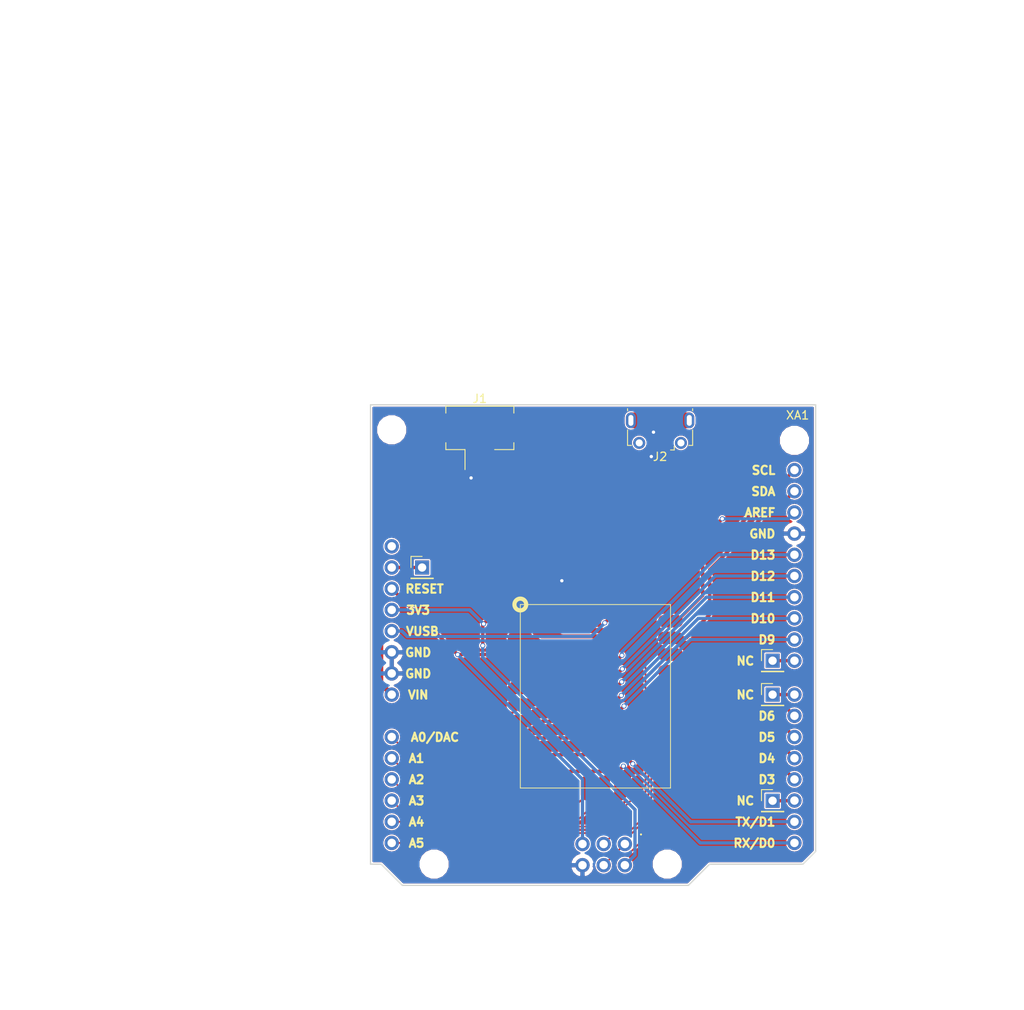
<source format=kicad_pcb>
(kicad_pcb (version 4) (host pcbnew 4.0.7)

  (general
    (links 44)
    (no_connects 4)
    (area 0 0 0 0)
    (thickness 1.6)
    (drawings 30)
    (tracks 192)
    (zones 0)
    (modules 8)
    (nets 36)
  )

  (page A3)
  (title_block
    (title "Sensory Adaptation Robot")
    (date 2016-03-10)
    (rev 0.1a)
    (company "Idle Hands Dev.")
    (comment 1 "Sean Hodgins")
  )

  (layers
    (0 F.Cu signal)
    (31 B.Cu signal)
    (32 B.Adhes user)
    (33 F.Adhes user)
    (34 B.Paste user)
    (35 F.Paste user)
    (36 B.SilkS user)
    (37 F.SilkS user)
    (38 B.Mask user)
    (39 F.Mask user)
    (40 Dwgs.User user)
    (41 Cmts.User user)
    (42 Eco1.User user)
    (43 Eco2.User user)
    (44 Edge.Cuts user)
    (45 Margin user)
    (46 B.CrtYd user)
    (47 F.CrtYd user)
    (48 B.Fab user hide)
    (49 F.Fab user hide)
  )

  (setup
    (last_trace_width 0.4)
    (user_trace_width 0.2)
    (user_trace_width 0.4)
    (user_trace_width 0.6)
    (user_trace_width 0.8)
    (user_trace_width 1)
    (trace_clearance 0.15)
    (zone_clearance 0.15)
    (zone_45_only no)
    (trace_min 0.2)
    (segment_width 0.1)
    (edge_width 0.1)
    (via_size 0.6)
    (via_drill 0.4)
    (via_min_size 0.4)
    (via_min_drill 0.2)
    (user_via 0.4 0.2)
    (user_via 0.5 0.4)
    (user_via 0.6 0.3)
    (user_via 0.89 0.5)
    (uvia_size 0.3)
    (uvia_drill 0.1)
    (uvias_allowed no)
    (uvia_min_size 0.2)
    (uvia_min_drill 0.1)
    (pcb_text_width 0.3)
    (pcb_text_size 1.5 1.5)
    (mod_edge_width 0.15)
    (mod_text_size 1 1)
    (mod_text_width 0.15)
    (pad_size 1.7 1.7)
    (pad_drill 1)
    (pad_to_mask_clearance 0)
    (aux_axis_origin 100 100)
    (grid_origin 164.62 180.35)
    (visible_elements 7FFFEE7F)
    (pcbplotparams
      (layerselection 0x010fc_80000001)
      (usegerberextensions false)
      (excludeedgelayer true)
      (linewidth 0.100000)
      (plotframeref false)
      (viasonmask false)
      (mode 1)
      (useauxorigin false)
      (hpglpennumber 1)
      (hpglpenspeed 20)
      (hpglpendiameter 15)
      (hpglpenoverlay 2)
      (psnegative false)
      (psa4output false)
      (plotreference true)
      (plotvalue true)
      (plotinvisibletext false)
      (padsonsilk false)
      (subtractmaskfromsilk false)
      (outputformat 1)
      (mirror false)
      (drillshape 0)
      (scaleselection 1)
      (outputdirectory gerbs/))
  )

  (net 0 "")
  (net 1 GND)
  (net 2 D11)
  (net 3 D12)
  (net 4 D13)
  (net 5 RESET)
  (net 6 TX/D1)
  (net 7 D10)
  (net 8 RX/D0)
  (net 9 D9)
  (net 10 AREF)
  (net 11 +3V3)
  (net 12 A0/DAC)
  (net 13 A1)
  (net 14 A2)
  (net 15 A3)
  (net 16 A4)
  (net 17 A5)
  (net 18 CLK)
  (net 19 MISO)
  (net 20 MOSI)
  (net 21 D6)
  (net 22 SDA)
  (net 23 SCL)
  (net 24 D3)
  (net 25 D5)
  (net 26 D4)
  (net 27 VBUS)
  (net 28 +BATT)
  (net 29 "Net-(J2-Pad2)")
  (net 30 "Net-(J2-Pad5)")
  (net 31 "Net-(J2-Pad3)")
  (net 32 "Net-(J3-Pad1)")
  (net 33 "Net-(J4-Pad1)")
  (net 34 "Net-(J5-Pad1)")
  (net 35 "Net-(J6-Pad1)")

  (net_class Default "This is the default net class."
    (clearance 0.15)
    (trace_width 0.2)
    (via_dia 0.6)
    (via_drill 0.4)
    (uvia_dia 0.3)
    (uvia_drill 0.1)
    (add_net +3V3)
    (add_net +BATT)
    (add_net A0/DAC)
    (add_net A1)
    (add_net A2)
    (add_net A3)
    (add_net A4)
    (add_net A5)
    (add_net AREF)
    (add_net CLK)
    (add_net D10)
    (add_net D11)
    (add_net D12)
    (add_net D13)
    (add_net D3)
    (add_net D4)
    (add_net D5)
    (add_net D6)
    (add_net D9)
    (add_net GND)
    (add_net MISO)
    (add_net MOSI)
    (add_net "Net-(J2-Pad2)")
    (add_net "Net-(J2-Pad3)")
    (add_net "Net-(J2-Pad5)")
    (add_net "Net-(J3-Pad1)")
    (add_net "Net-(J4-Pad1)")
    (add_net "Net-(J5-Pad1)")
    (add_net "Net-(J6-Pad1)")
    (add_net RESET)
    (add_net RX/D0)
    (add_net SCL)
    (add_net SDA)
    (add_net TX/D1)
    (add_net VBUS)
  )

  (module Connectors_JST:JST_PH_B2B-PH-SM4-TB_02x2.00mm_Straight (layer F.Cu) (tedit 58D40574) (tstamp 5B2FBAFD)
    (at 118.92 102.475)
    (descr "JST PH series connector, B2B-PH-SM4-TB, top entry type, surface mount, Datasheet: http://www.jst-mfg.com/product/pdf/eng/ePH.pdf")
    (tags "connector jst ph")
    (path /5B2FB946)
    (attr smd)
    (fp_text reference J1 (at 0 -4.625) (layer F.SilkS)
      (effects (font (size 1 1) (thickness 0.15)))
    )
    (fp_text value BATT (at 0 4.875) (layer F.Fab)
      (effects (font (size 1 1) (thickness 0.15)))
    )
    (fp_line (start -4.075 -2.9) (end -4.075 -3.725) (layer F.SilkS) (width 0.12))
    (fp_line (start -4.075 -3.725) (end 4.075 -3.725) (layer F.SilkS) (width 0.12))
    (fp_line (start 4.075 -3.725) (end 4.075 -2.9) (layer F.SilkS) (width 0.12))
    (fp_line (start -4.075 0.65) (end -4.075 1.475) (layer F.SilkS) (width 0.12))
    (fp_line (start -4.075 1.475) (end -1.775 1.475) (layer F.SilkS) (width 0.12))
    (fp_line (start 4.075 0.65) (end 4.075 1.475) (layer F.SilkS) (width 0.12))
    (fp_line (start 4.075 1.475) (end 1.775 1.475) (layer F.SilkS) (width 0.12))
    (fp_line (start -3.975 -3.625) (end -3.975 1.375) (layer F.Fab) (width 0.1))
    (fp_line (start -3.975 1.375) (end 3.975 1.375) (layer F.Fab) (width 0.1))
    (fp_line (start 3.975 1.375) (end 3.975 -3.625) (layer F.Fab) (width 0.1))
    (fp_line (start 3.975 -3.625) (end -3.975 -3.625) (layer F.Fab) (width 0.1))
    (fp_line (start -1.775 1.475) (end -1.775 3.875) (layer F.SilkS) (width 0.12))
    (fp_line (start -2 1.375) (end -1 0.375) (layer F.Fab) (width 0.1))
    (fp_line (start -1 0.375) (end 0 1.375) (layer F.Fab) (width 0.1))
    (fp_line (start -4.7 -4.13) (end -4.7 4.38) (layer F.CrtYd) (width 0.05))
    (fp_line (start -4.7 4.38) (end 4.7 4.38) (layer F.CrtYd) (width 0.05))
    (fp_line (start 4.7 4.38) (end 4.7 -4.13) (layer F.CrtYd) (width 0.05))
    (fp_line (start 4.7 -4.13) (end -4.7 -4.13) (layer F.CrtYd) (width 0.05))
    (fp_text user %R (at 0 -2.625) (layer F.Fab)
      (effects (font (size 1 1) (thickness 0.15)))
    )
    (pad 1 smd rect (at -1 1.125) (size 1 5.5) (layers F.Cu F.Paste F.Mask)
      (net 1 GND))
    (pad 2 smd rect (at 1 1.125) (size 1 5.5) (layers F.Cu F.Paste F.Mask)
      (net 28 +BATT))
    (pad "" smd rect (at -3.4 -1.125) (size 1.6 3) (layers F.Cu F.Paste F.Mask))
    (pad "" smd rect (at 3.4 -1.125) (size 1.6 3) (layers F.Cu F.Paste F.Mask))
    (model ${KISYS3DMOD}/Connectors_JST.3dshapes/JST_PH_B2B-PH-SM4-TB_02x2.00mm_Straight.wrl
      (at (xyz 0 0 0))
      (scale (xyz 1 1 1))
      (rotate (xyz 0 0 0))
    )
  )

  (module idlehands_libs:SAMD_HCC_G_FOOT (layer F.Cu) (tedit 5B2FA7C2) (tstamp 5B2FB363)
    (at 132.77 133.525)
    (path /5B2FBA82)
    (fp_text reference U1 (at -0.2 13.2) (layer F.SilkS) hide
      (effects (font (size 1 1) (thickness 0.15)))
    )
    (fp_text value SAMD21_MOD (at 0 -14) (layer F.Fab)
      (effects (font (size 1 1) (thickness 0.15)))
    )
    (fp_circle (center -9 -11) (end -8.5 -10.5) (layer F.SilkS) (width 0.5))
    (fp_line (start -9 11) (end -9 -11) (layer F.SilkS) (width 0.1))
    (fp_line (start 9 11) (end -9 11) (layer F.SilkS) (width 0.1))
    (fp_line (start 9 -11) (end 9 11) (layer F.SilkS) (width 0.1))
    (fp_line (start -9 -11) (end 9 -11) (layer F.SilkS) (width 0.1))
    (pad 6 smd oval (at -9 1) (size 3 1.5) (layers F.Cu F.Mask)
      (net 2 D11))
    (pad 5 smd oval (at -9 -1) (size 3 1.5) (layers F.Cu F.Mask)
      (net 3 D12))
    (pad 4 smd oval (at -9 -3) (size 3 1.5) (layers F.Cu F.Mask)
      (net 4 D13))
    (pad 3 smd oval (at -9 -5) (size 3 1.5) (layers F.Cu F.Mask)
      (net 5 RESET))
    (pad 9 smd oval (at -9 7) (size 3 1.5) (layers F.Cu F.Mask)
      (net 6 TX/D1))
    (pad 7 smd oval (at -9 3) (size 3 1.5) (layers F.Cu F.Mask)
      (net 7 D10))
    (pad 10 smd oval (at -9 9) (size 3 1.5) (layers F.Cu F.Mask)
      (net 8 RX/D0))
    (pad 8 smd oval (at -9 5) (size 3 1.5) (layers F.Cu F.Paste F.Mask)
      (net 9 D9))
    (pad 2 smd oval (at -9 -7) (size 3 1.5) (layers F.Cu F.Mask)
      (net 10 AREF))
    (pad 1 smd oval (at -9 -9) (size 3 1.5) (layers F.Cu F.Mask)
      (net 11 +3V3))
    (pad 11 smd oval (at -5 11 270) (size 3 1.5) (layers F.Cu F.Mask)
      (net 12 A0/DAC))
    (pad 12 smd oval (at -3 11 270) (size 3 1.5) (layers F.Cu F.Mask)
      (net 13 A1))
    (pad 13 smd oval (at -1 11 270) (size 3 1.5) (layers F.Cu F.Mask)
      (net 14 A2))
    (pad 14 smd oval (at 1 11 270) (size 3 1.5) (layers F.Cu F.Mask)
      (net 15 A3))
    (pad 15 smd oval (at 3 11 270) (size 3 1.5) (layers F.Cu F.Mask)
      (net 16 A4))
    (pad 16 smd oval (at 5 11 270) (size 3 1.5) (layers F.Cu F.Mask)
      (net 17 A5))
    (pad 23 smd oval (at 9 -3) (size 3 1.5) (layers F.Cu F.Mask)
      (net 18 CLK))
    (pad 24 smd oval (at 9 -5) (size 3 1.5) (layers F.Cu F.Mask)
      (net 19 MISO))
    (pad 22 smd oval (at 9 -1) (size 3 1.5) (layers F.Cu F.Mask)
      (net 20 MOSI))
    (pad 21 smd oval (at 9 1) (size 3 1.5) (layers F.Cu F.Mask)
      (net 21 D6))
    (pad 25 smd oval (at 9 -7) (size 3 1.5) (layers F.Cu F.Mask)
      (net 22 SDA))
    (pad 26 smd oval (at 9 -9) (size 3 1.5) (layers F.Cu F.Mask)
      (net 23 SCL))
    (pad 18 smd oval (at 9 7) (size 3 1.5) (layers F.Cu F.Mask)
      (net 24 D3))
    (pad 17 smd oval (at 9 9) (size 3 1.5) (layers F.Cu F.Mask)
      (net 1 GND))
    (pad 20 smd oval (at 9 3) (size 3 1.5) (layers F.Cu F.Mask)
      (net 25 D5))
    (pad 19 smd oval (at 9 5) (size 3 1.5) (layers F.Cu F.Mask)
      (net 26 D4))
    (pad 30 smd oval (at -2 -11 270) (size 3 1.5) (layers F.Cu F.Mask)
      (net 31 "Net-(J2-Pad3)"))
    (pad 28 smd oval (at 2 -11 270) (size 3 1.5) (layers F.Cu F.Mask)
      (net 27 VBUS))
    (pad 31 smd oval (at -4 -11 270) (size 3 1.5) (layers F.Cu F.Mask)
      (net 1 GND))
    (pad 29 smd oval (at 0 -11 270) (size 3 1.5) (layers F.Cu F.Mask)
      (net 29 "Net-(J2-Pad2)"))
    (pad 27 smd oval (at 4 -11 270) (size 3 1.5) (layers F.Cu F.Mask)
      (net 28 +BATT))
  )

  (module Connectors_USB:USB_Micro-B_Molex-105017-0001 (layer F.Cu) (tedit 598B308E) (tstamp 5B2FB822)
    (at 140.52 100.8 180)
    (descr http://www.molex.com/pdm_docs/sd/1050170001_sd.pdf)
    (tags "Micro-USB SMD Typ-B")
    (path /5B2FB672)
    (attr smd)
    (fp_text reference J2 (at 0 -4 180) (layer F.SilkS)
      (effects (font (size 1 1) (thickness 0.15)))
    )
    (fp_text value USB_B (at 0.3 3.45 180) (layer F.Fab)
      (effects (font (size 1 1) (thickness 0.15)))
    )
    (fp_line (start -4.4 2.75) (end 4.4 2.75) (layer F.CrtYd) (width 0.05))
    (fp_line (start 4.4 -3.35) (end 4.4 2.75) (layer F.CrtYd) (width 0.05))
    (fp_line (start -4.4 -3.35) (end 4.4 -3.35) (layer F.CrtYd) (width 0.05))
    (fp_line (start -4.4 2.75) (end -4.4 -3.35) (layer F.CrtYd) (width 0.05))
    (fp_text user "PCB Edge" (at 0 1.8 180) (layer Dwgs.User)
      (effects (font (size 0.5 0.5) (thickness 0.08)))
    )
    (fp_line (start -3.9 -2.65) (end -3.45 -2.65) (layer F.SilkS) (width 0.12))
    (fp_line (start -3.9 -0.8) (end -3.9 -2.65) (layer F.SilkS) (width 0.12))
    (fp_line (start 3.9 1.75) (end 3.9 1.5) (layer F.SilkS) (width 0.12))
    (fp_line (start 3.75 2.5) (end 3.75 -2.5) (layer F.Fab) (width 0.1))
    (fp_line (start -3 1.801704) (end 3 1.801704) (layer F.Fab) (width 0.1))
    (fp_line (start -3.75 2.501704) (end 3.75 2.501704) (layer F.Fab) (width 0.1))
    (fp_line (start -3.75 -2.5) (end 3.75 -2.5) (layer F.Fab) (width 0.1))
    (fp_line (start -3.75 2.5) (end -3.75 -2.5) (layer F.Fab) (width 0.1))
    (fp_line (start -3.9 1.75) (end -3.9 1.5) (layer F.SilkS) (width 0.12))
    (fp_line (start 3.9 -0.8) (end 3.9 -2.65) (layer F.SilkS) (width 0.12))
    (fp_line (start 3.9 -2.65) (end 3.45 -2.65) (layer F.SilkS) (width 0.12))
    (fp_text user %R (at 0 0 180) (layer F.Fab)
      (effects (font (size 1 1) (thickness 0.15)))
    )
    (fp_line (start -1.7 -3.2) (end -1.25 -3.2) (layer F.SilkS) (width 0.12))
    (fp_line (start -1.7 -3.2) (end -1.7 -2.75) (layer F.SilkS) (width 0.12))
    (fp_line (start -1.3 -2.6) (end -1.5 -2.8) (layer F.Fab) (width 0.1))
    (fp_line (start -1.1 -2.8) (end -1.3 -2.6) (layer F.Fab) (width 0.1))
    (fp_line (start -1.5 -3.01) (end -1.1 -3.01) (layer F.Fab) (width 0.1))
    (fp_line (start -1.5 -3.01) (end -1.5 -2.8) (layer F.Fab) (width 0.1))
    (fp_line (start -1.1 -3.01) (end -1.1 -2.8) (layer F.Fab) (width 0.1))
    (pad 6 smd rect (at 1 0.35 180) (size 1.5 1.9) (layers F.Cu F.Paste F.Mask))
    (pad 6 thru_hole circle (at -2.5 -2.35 180) (size 1.45 1.45) (drill 0.85) (layers *.Cu *.Mask))
    (pad 2 smd rect (at -0.65 -2.35 180) (size 0.4 1.35) (layers F.Cu F.Paste F.Mask)
      (net 29 "Net-(J2-Pad2)"))
    (pad 1 smd rect (at -1.3 -2.35 180) (size 0.4 1.35) (layers F.Cu F.Paste F.Mask)
      (net 27 VBUS))
    (pad 5 smd rect (at 1.3 -2.35 180) (size 0.4 1.35) (layers F.Cu F.Paste F.Mask)
      (net 30 "Net-(J2-Pad5)"))
    (pad 4 smd rect (at 0.65 -2.35 180) (size 0.4 1.35) (layers F.Cu F.Paste F.Mask)
      (net 1 GND))
    (pad 3 smd rect (at 0 -2.35 180) (size 0.4 1.35) (layers F.Cu F.Paste F.Mask)
      (net 31 "Net-(J2-Pad3)"))
    (pad 6 thru_hole circle (at 2.5 -2.35 180) (size 1.45 1.45) (drill 0.85) (layers *.Cu *.Mask))
    (pad 6 smd rect (at -1 0.35 180) (size 1.5 1.9) (layers F.Cu F.Paste F.Mask))
    (pad 6 thru_hole oval (at -3.5 0.35) (size 1.2 1.9) (drill oval 0.6 1.3) (layers *.Cu *.Mask))
    (pad 6 thru_hole oval (at 3.5 0.35 180) (size 1.2 1.9) (drill oval 0.6 1.3) (layers *.Cu *.Mask))
    (pad 6 smd rect (at 2.9 0.35 180) (size 1.2 1.9) (layers F.Cu F.Mask))
    (pad 6 smd rect (at -2.9 0.35 180) (size 1.2 1.9) (layers F.Cu F.Mask))
    (model ${KISYS3DMOD}/Connectors_USB.3dshapes/USB_Micro-B_Molex-105017-0001.wrl
      (at (xyz 0 0 0))
      (scale (xyz 1 1 1))
      (rotate (xyz 0 0 0))
    )
  )

  (module idlehands_libs:Arduino_HCC locked (layer F.Cu) (tedit 5B2FB885) (tstamp 5B2FB391)
    (at 105.82 87.61 270)
    (descr https://store.arduino.cc/arduino-uno-rev3)
    (path /5B2FB3AD)
    (fp_text reference XA1 (at 12.222 -51.18 360) (layer F.SilkS)
      (effects (font (size 1 1) (thickness 0.15)))
    )
    (fp_text value Arduino_M0_Shield (at 15.494 -54.356 270) (layer F.Fab)
      (effects (font (size 1 1) (thickness 0.15)))
    )
    (fp_text user . (at 62.484 -32.004 270) (layer F.SilkS)
      (effects (font (size 1 1) (thickness 0.15)))
    )
    (fp_line (start 10.9728 -53.34) (end 10.9728 0) (layer Edge.Cuts) (width 0.15))
    (fp_line (start 66.04 -40.64) (end 66.04 -51.816) (layer Edge.Cuts) (width 0.15))
    (fp_line (start 68.58 -38.1) (end 66.04 -40.64) (layer Edge.Cuts) (width 0.15))
    (fp_line (start 68.58 -3.81) (end 68.58 -38.1) (layer Edge.Cuts) (width 0.15))
    (fp_line (start 66.04 -1.27) (end 68.58 -3.81) (layer Edge.Cuts) (width 0.15))
    (fp_line (start 66.04 0) (end 66.04 -1.27) (layer Edge.Cuts) (width 0.15))
    (fp_line (start 64.516 -53.34) (end 66.04 -51.816) (layer Edge.Cuts) (width 0.15))
    (fp_line (start 10.9728 0) (end 66.04 0) (layer Edge.Cuts) (width 0.15))
    (fp_line (start 10.9728 -53.34) (end 64.516 -53.34) (layer Edge.Cuts) (width 0.15))
    (pad RST2 thru_hole oval (at 63.627 -25.4 270) (size 1.7272 1.7272) (drill 1.016) (layers *.Cu *.Mask)
      (net 5 RESET))
    (pad GND4 thru_hole oval (at 66.167 -25.4 270) (size 1.7272 1.7272) (drill 1.016) (layers *.Cu *.Mask)
      (net 1 GND))
    (pad MOSI thru_hole oval (at 66.167 -27.94 270) (size 1.7272 1.7272) (drill 1.016) (layers *.Cu *.Mask)
      (net 20 MOSI))
    (pad SCK thru_hole oval (at 63.627 -27.94 270) (size 1.7272 1.7272) (drill 1.016) (layers *.Cu *.Mask)
      (net 18 CLK))
    (pad 5V2 thru_hole oval (at 66.167 -30.48 270) (size 1.7272 1.7272) (drill 1.016) (layers *.Cu *.Mask)
      (net 11 +3V3))
    (pad A0 thru_hole oval (at 50.8 -2.54 270) (size 1.7272 1.7272) (drill 1.016) (layers *.Cu *.Mask)
      (net 12 A0/DAC))
    (pad VIN thru_hole oval (at 45.72 -2.54 270) (size 1.7272 1.7272) (drill 1.016) (layers *.Cu *.Mask)
      (net 28 +BATT))
    (pad GND3 thru_hole oval (at 43.18 -2.54 270) (size 1.7272 1.7272) (drill 1.016) (layers *.Cu *.Mask)
      (net 1 GND))
    (pad GND2 thru_hole oval (at 40.64 -2.54 270) (size 1.7272 1.7272) (drill 1.016) (layers *.Cu *.Mask)
      (net 1 GND))
    (pad 5V1 thru_hole oval (at 38.1 -2.54 270) (size 1.7272 1.7272) (drill 1.016) (layers *.Cu *.Mask)
      (net 27 VBUS))
    (pad 3V3 thru_hole oval (at 35.56 -2.54 270) (size 1.7272 1.7272) (drill 1.016) (layers *.Cu *.Mask)
      (net 11 +3V3))
    (pad RST1 thru_hole oval (at 33.02 -2.54 270) (size 1.7272 1.7272) (drill 1.016) (layers *.Cu *.Mask)
      (net 5 RESET))
    (pad IORF thru_hole oval (at 30.48 -2.54 270) (size 1.7272 1.7272) (drill 1.016) (layers *.Cu *.Mask)
      (net 35 "Net-(J6-Pad1)"))
    (pad D0 thru_hole oval (at 63.5 -50.8 270) (size 1.7272 1.7272) (drill 1.016) (layers *.Cu *.Mask)
      (net 8 RX/D0))
    (pad D1 thru_hole oval (at 60.96 -50.8 270) (size 1.7272 1.7272) (drill 1.016) (layers *.Cu *.Mask)
      (net 6 TX/D1))
    (pad D2 thru_hole oval (at 58.42 -50.8 270) (size 1.7272 1.7272) (drill 1.016) (layers *.Cu *.Mask)
      (net 32 "Net-(J3-Pad1)"))
    (pad D3 thru_hole oval (at 55.88 -50.8 270) (size 1.7272 1.7272) (drill 1.016) (layers *.Cu *.Mask)
      (net 24 D3))
    (pad D4 thru_hole oval (at 53.34 -50.8 270) (size 1.7272 1.7272) (drill 1.016) (layers *.Cu *.Mask)
      (net 26 D4))
    (pad D5 thru_hole oval (at 50.8 -50.8 270) (size 1.7272 1.7272) (drill 1.016) (layers *.Cu *.Mask)
      (net 25 D5))
    (pad D6 thru_hole oval (at 48.26 -50.8 270) (size 1.7272 1.7272) (drill 1.016) (layers *.Cu *.Mask)
      (net 21 D6))
    (pad D7 thru_hole oval (at 45.72 -50.8 270) (size 1.7272 1.7272) (drill 1.016) (layers *.Cu *.Mask)
      (net 33 "Net-(J4-Pad1)"))
    (pad GND1 thru_hole oval (at 26.416 -50.8 270) (size 1.7272 1.7272) (drill 1.016) (layers *.Cu *.Mask)
      (net 1 GND))
    (pad D8 thru_hole oval (at 41.656 -50.8 270) (size 1.7272 1.7272) (drill 1.016) (layers *.Cu *.Mask)
      (net 34 "Net-(J5-Pad1)"))
    (pad D9 thru_hole oval (at 39.116 -50.8 270) (size 1.7272 1.7272) (drill 1.016) (layers *.Cu *.Mask)
      (net 9 D9))
    (pad D10 thru_hole oval (at 36.576 -50.8 270) (size 1.7272 1.7272) (drill 1.016) (layers *.Cu *.Mask)
      (net 7 D10))
    (pad "" np_thru_hole circle (at 66.04 -7.62 270) (size 3.2 3.2) (drill 3.2) (layers *.Cu *.Mask))
    (pad "" np_thru_hole circle (at 66.04 -35.56 270) (size 3.2 3.2) (drill 3.2) (layers *.Cu *.Mask))
    (pad "" np_thru_hole circle (at 15.24 -50.8 270) (size 3.2 3.2) (drill 3.2) (layers *.Cu *.Mask))
    (pad "" np_thru_hole circle (at 13.97 -2.54 270) (size 3.2 3.2) (drill 3.2) (layers *.Cu *.Mask))
    (pad SCL thru_hole oval (at 18.796 -50.8 270) (size 1.7272 1.7272) (drill 1.016) (layers *.Cu *.Mask)
      (net 23 SCL))
    (pad SDA thru_hole oval (at 21.336 -50.8 270) (size 1.7272 1.7272) (drill 1.016) (layers *.Cu *.Mask)
      (net 22 SDA))
    (pad AREF thru_hole oval (at 23.876 -50.8 270) (size 1.7272 1.7272) (drill 1.016) (layers *.Cu *.Mask)
      (net 10 AREF))
    (pad D13 thru_hole oval (at 28.956 -50.8 270) (size 1.7272 1.7272) (drill 1.016) (layers *.Cu *.Mask)
      (net 4 D13))
    (pad D12 thru_hole oval (at 31.496 -50.8 270) (size 1.7272 1.7272) (drill 1.016) (layers *.Cu *.Mask)
      (net 3 D12))
    (pad D11 thru_hole oval (at 34.036 -50.8 270) (size 1.7272 1.7272) (drill 1.016) (layers *.Cu *.Mask)
      (net 2 D11))
    (pad "" thru_hole oval (at 27.94 -2.54 270) (size 1.7272 1.7272) (drill 1.016) (layers *.Cu *.Mask))
    (pad A1 thru_hole oval (at 53.34 -2.54 270) (size 1.7272 1.7272) (drill 1.016) (layers *.Cu *.Mask)
      (net 13 A1))
    (pad A2 thru_hole oval (at 55.88 -2.54 270) (size 1.7272 1.7272) (drill 1.016) (layers *.Cu *.Mask)
      (net 14 A2))
    (pad A3 thru_hole oval (at 58.42 -2.54 270) (size 1.7272 1.7272) (drill 1.016) (layers *.Cu *.Mask)
      (net 15 A3))
    (pad A4 thru_hole oval (at 60.96 -2.54 270) (size 1.7272 1.7272) (drill 1.016) (layers *.Cu *.Mask)
      (net 16 A4))
    (pad A5 thru_hole oval (at 63.5 -2.54 270) (size 1.7272 1.7272) (drill 1.016) (layers *.Cu *.Mask)
      (net 17 A5))
    (pad MISO thru_hole oval (at 63.627 -30.48 270) (size 1.7272 1.7272) (drill 1.016) (layers *.Cu *.Mask)
      (net 19 MISO))
  )

  (module Pin_Headers:Pin_Header_Straight_1x01_Pitch2.54mm (layer F.Cu) (tedit 5B2FBD99) (tstamp 5B2FBD94)
    (at 154 146.05)
    (descr "Through hole straight pin header, 1x01, 2.54mm pitch, single row")
    (tags "Through hole pin header THT 1x01 2.54mm single row")
    (path /5B2FCC14)
    (fp_text reference J3 (at 0 -2.33) (layer F.SilkS) hide
      (effects (font (size 1 1) (thickness 0.15)))
    )
    (fp_text value D2 (at 0 2.33) (layer F.Fab)
      (effects (font (size 1 1) (thickness 0.15)))
    )
    (fp_line (start -0.635 -1.27) (end 1.27 -1.27) (layer F.Fab) (width 0.1))
    (fp_line (start 1.27 -1.27) (end 1.27 1.27) (layer F.Fab) (width 0.1))
    (fp_line (start 1.27 1.27) (end -1.27 1.27) (layer F.Fab) (width 0.1))
    (fp_line (start -1.27 1.27) (end -1.27 -0.635) (layer F.Fab) (width 0.1))
    (fp_line (start -1.27 -0.635) (end -0.635 -1.27) (layer F.Fab) (width 0.1))
    (fp_line (start -1.33 1.33) (end 1.33 1.33) (layer F.SilkS) (width 0.12))
    (fp_line (start -1.33 1.27) (end -1.33 1.33) (layer F.SilkS) (width 0.12))
    (fp_line (start 1.33 1.27) (end 1.33 1.33) (layer F.SilkS) (width 0.12))
    (fp_line (start -1.33 1.27) (end 1.33 1.27) (layer F.SilkS) (width 0.12))
    (fp_line (start -1.33 0) (end -1.33 -1.33) (layer F.SilkS) (width 0.12))
    (fp_line (start -1.33 -1.33) (end 0 -1.33) (layer F.SilkS) (width 0.12))
    (fp_line (start -1.8 -1.8) (end -1.8 1.8) (layer F.CrtYd) (width 0.05))
    (fp_line (start -1.8 1.8) (end 1.8 1.8) (layer F.CrtYd) (width 0.05))
    (fp_line (start 1.8 1.8) (end 1.8 -1.8) (layer F.CrtYd) (width 0.05))
    (fp_line (start 1.8 -1.8) (end -1.8 -1.8) (layer F.CrtYd) (width 0.05))
    (fp_text user %R (at 0 0 90) (layer F.Fab)
      (effects (font (size 1 1) (thickness 0.15)))
    )
    (pad 1 thru_hole rect (at 0 0) (size 1.7 1.7) (drill 1) (layers *.Cu *.Mask)
      (net 32 "Net-(J3-Pad1)"))
    (model ${KISYS3DMOD}/Pin_Headers.3dshapes/Pin_Header_Straight_1x01_Pitch2.54mm.wrl
      (at (xyz 0 0 0))
      (scale (xyz 1 1 1))
      (rotate (xyz 0 0 0))
    )
  )

  (module Pin_Headers:Pin_Header_Straight_1x01_Pitch2.54mm (layer F.Cu) (tedit 5B2FBDAF) (tstamp 5B2FBD99)
    (at 154 133.33)
    (descr "Through hole straight pin header, 1x01, 2.54mm pitch, single row")
    (tags "Through hole pin header THT 1x01 2.54mm single row")
    (path /5B2FCCB8)
    (fp_text reference J4 (at 0 -2.33) (layer F.SilkS) hide
      (effects (font (size 1 1) (thickness 0.15)))
    )
    (fp_text value D7 (at 0 2.33) (layer F.Fab)
      (effects (font (size 1 1) (thickness 0.15)))
    )
    (fp_line (start -0.635 -1.27) (end 1.27 -1.27) (layer F.Fab) (width 0.1))
    (fp_line (start 1.27 -1.27) (end 1.27 1.27) (layer F.Fab) (width 0.1))
    (fp_line (start 1.27 1.27) (end -1.27 1.27) (layer F.Fab) (width 0.1))
    (fp_line (start -1.27 1.27) (end -1.27 -0.635) (layer F.Fab) (width 0.1))
    (fp_line (start -1.27 -0.635) (end -0.635 -1.27) (layer F.Fab) (width 0.1))
    (fp_line (start -1.33 1.33) (end 1.33 1.33) (layer F.SilkS) (width 0.12))
    (fp_line (start -1.33 1.27) (end -1.33 1.33) (layer F.SilkS) (width 0.12))
    (fp_line (start 1.33 1.27) (end 1.33 1.33) (layer F.SilkS) (width 0.12))
    (fp_line (start -1.33 1.27) (end 1.33 1.27) (layer F.SilkS) (width 0.12))
    (fp_line (start -1.33 0) (end -1.33 -1.33) (layer F.SilkS) (width 0.12))
    (fp_line (start -1.33 -1.33) (end 0 -1.33) (layer F.SilkS) (width 0.12))
    (fp_line (start -1.8 -1.8) (end -1.8 1.8) (layer F.CrtYd) (width 0.05))
    (fp_line (start -1.8 1.8) (end 1.8 1.8) (layer F.CrtYd) (width 0.05))
    (fp_line (start 1.8 1.8) (end 1.8 -1.8) (layer F.CrtYd) (width 0.05))
    (fp_line (start 1.8 -1.8) (end -1.8 -1.8) (layer F.CrtYd) (width 0.05))
    (fp_text user %R (at 0 0 90) (layer F.Fab)
      (effects (font (size 1 1) (thickness 0.15)))
    )
    (pad 1 thru_hole rect (at 0 0) (size 1.7 1.7) (drill 1) (layers *.Cu *.Mask)
      (net 33 "Net-(J4-Pad1)"))
    (model ${KISYS3DMOD}/Pin_Headers.3dshapes/Pin_Header_Straight_1x01_Pitch2.54mm.wrl
      (at (xyz 0 0 0))
      (scale (xyz 1 1 1))
      (rotate (xyz 0 0 0))
    )
  )

  (module Pin_Headers:Pin_Header_Straight_1x01_Pitch2.54mm (layer F.Cu) (tedit 5B2FBDC0) (tstamp 5B2FBD9E)
    (at 154 129.26)
    (descr "Through hole straight pin header, 1x01, 2.54mm pitch, single row")
    (tags "Through hole pin header THT 1x01 2.54mm single row")
    (path /5B2FCD07)
    (fp_text reference J5 (at 0 -2.33) (layer F.SilkS) hide
      (effects (font (size 1 1) (thickness 0.15)))
    )
    (fp_text value D8 (at 0 2.33) (layer F.Fab)
      (effects (font (size 1 1) (thickness 0.15)))
    )
    (fp_line (start -0.635 -1.27) (end 1.27 -1.27) (layer F.Fab) (width 0.1))
    (fp_line (start 1.27 -1.27) (end 1.27 1.27) (layer F.Fab) (width 0.1))
    (fp_line (start 1.27 1.27) (end -1.27 1.27) (layer F.Fab) (width 0.1))
    (fp_line (start -1.27 1.27) (end -1.27 -0.635) (layer F.Fab) (width 0.1))
    (fp_line (start -1.27 -0.635) (end -0.635 -1.27) (layer F.Fab) (width 0.1))
    (fp_line (start -1.33 1.33) (end 1.33 1.33) (layer F.SilkS) (width 0.12))
    (fp_line (start -1.33 1.27) (end -1.33 1.33) (layer F.SilkS) (width 0.12))
    (fp_line (start 1.33 1.27) (end 1.33 1.33) (layer F.SilkS) (width 0.12))
    (fp_line (start -1.33 1.27) (end 1.33 1.27) (layer F.SilkS) (width 0.12))
    (fp_line (start -1.33 0) (end -1.33 -1.33) (layer F.SilkS) (width 0.12))
    (fp_line (start -1.33 -1.33) (end 0 -1.33) (layer F.SilkS) (width 0.12))
    (fp_line (start -1.8 -1.8) (end -1.8 1.8) (layer F.CrtYd) (width 0.05))
    (fp_line (start -1.8 1.8) (end 1.8 1.8) (layer F.CrtYd) (width 0.05))
    (fp_line (start 1.8 1.8) (end 1.8 -1.8) (layer F.CrtYd) (width 0.05))
    (fp_line (start 1.8 -1.8) (end -1.8 -1.8) (layer F.CrtYd) (width 0.05))
    (fp_text user %R (at 0 0 90) (layer F.Fab)
      (effects (font (size 1 1) (thickness 0.15)))
    )
    (pad 1 thru_hole rect (at 0 0) (size 1.7 1.7) (drill 1) (layers *.Cu *.Mask)
      (net 34 "Net-(J5-Pad1)"))
    (model ${KISYS3DMOD}/Pin_Headers.3dshapes/Pin_Header_Straight_1x01_Pitch2.54mm.wrl
      (at (xyz 0 0 0))
      (scale (xyz 1 1 1))
      (rotate (xyz 0 0 0))
    )
  )

  (module Pin_Headers:Pin_Header_Straight_1x01_Pitch2.54mm (layer F.Cu) (tedit 5B2FBDCD) (tstamp 5B2FBDA3)
    (at 112 118.09)
    (descr "Through hole straight pin header, 1x01, 2.54mm pitch, single row")
    (tags "Through hole pin header THT 1x01 2.54mm single row")
    (path /5B2FCB46)
    (fp_text reference J6 (at 0 -2.33) (layer F.SilkS) hide
      (effects (font (size 1 1) (thickness 0.15)))
    )
    (fp_text value IOREF (at 0 2.33) (layer F.Fab)
      (effects (font (size 1 1) (thickness 0.15)))
    )
    (fp_line (start -0.635 -1.27) (end 1.27 -1.27) (layer F.Fab) (width 0.1))
    (fp_line (start 1.27 -1.27) (end 1.27 1.27) (layer F.Fab) (width 0.1))
    (fp_line (start 1.27 1.27) (end -1.27 1.27) (layer F.Fab) (width 0.1))
    (fp_line (start -1.27 1.27) (end -1.27 -0.635) (layer F.Fab) (width 0.1))
    (fp_line (start -1.27 -0.635) (end -0.635 -1.27) (layer F.Fab) (width 0.1))
    (fp_line (start -1.33 1.33) (end 1.33 1.33) (layer F.SilkS) (width 0.12))
    (fp_line (start -1.33 1.27) (end -1.33 1.33) (layer F.SilkS) (width 0.12))
    (fp_line (start 1.33 1.27) (end 1.33 1.33) (layer F.SilkS) (width 0.12))
    (fp_line (start -1.33 1.27) (end 1.33 1.27) (layer F.SilkS) (width 0.12))
    (fp_line (start -1.33 0) (end -1.33 -1.33) (layer F.SilkS) (width 0.12))
    (fp_line (start -1.33 -1.33) (end 0 -1.33) (layer F.SilkS) (width 0.12))
    (fp_line (start -1.8 -1.8) (end -1.8 1.8) (layer F.CrtYd) (width 0.05))
    (fp_line (start -1.8 1.8) (end 1.8 1.8) (layer F.CrtYd) (width 0.05))
    (fp_line (start 1.8 1.8) (end 1.8 -1.8) (layer F.CrtYd) (width 0.05))
    (fp_line (start 1.8 -1.8) (end -1.8 -1.8) (layer F.CrtYd) (width 0.05))
    (fp_text user %R (at 0 0 90) (layer F.Fab)
      (effects (font (size 1 1) (thickness 0.15)))
    )
    (pad 1 thru_hole rect (at 0 0) (size 1.7 1.7) (drill 1) (layers *.Cu *.Mask)
      (net 35 "Net-(J6-Pad1)"))
    (model ${KISYS3DMOD}/Pin_Headers.3dshapes/Pin_Header_Straight_1x01_Pitch2.54mm.wrl
      (at (xyz 0 0 0))
      (scale (xyz 1 1 1))
      (rotate (xyz 0 0 0))
    )
  )

  (gr_text RX/D0 (at 154.46 151.14) (layer F.SilkS) (tstamp 5B2FC066)
    (effects (font (size 1 1) (thickness 0.25)) (justify right))
  )
  (gr_text TX/D1 (at 154.46 148.6) (layer F.SilkS) (tstamp 5B2FC063)
    (effects (font (size 1 1) (thickness 0.25)) (justify right))
  )
  (gr_text D3 (at 154.46 143.52) (layer F.SilkS) (tstamp 5B2FC05D)
    (effects (font (size 1 1) (thickness 0.25)) (justify right))
  )
  (gr_text D4 (at 154.46 140.98) (layer F.SilkS) (tstamp 5B2FC056)
    (effects (font (size 1 1) (thickness 0.25)) (justify right))
  )
  (gr_text D5 (at 154.46 138.44) (layer F.SilkS) (tstamp 5B2FC050)
    (effects (font (size 1 1) (thickness 0.25)) (justify right))
  )
  (gr_text D6 (at 154.46 135.9) (layer F.SilkS) (tstamp 5B2FC044)
    (effects (font (size 1 1) (thickness 0.25)) (justify right))
  )
  (gr_text NC (at 151.92 146.06) (layer F.SilkS) (tstamp 5B2FC040)
    (effects (font (size 1 1) (thickness 0.25)) (justify right))
  )
  (gr_text NC (at 151.92 133.36) (layer F.SilkS) (tstamp 5B2FC03C)
    (effects (font (size 1 1) (thickness 0.25)) (justify right))
  )
  (gr_text NC (at 151.92 129.296) (layer F.SilkS) (tstamp 5B2FC034)
    (effects (font (size 1 1) (thickness 0.25)) (justify right))
  )
  (gr_text D9 (at 154.46 126.756) (layer F.SilkS) (tstamp 5B2FC02C)
    (effects (font (size 1 1) (thickness 0.25)) (justify right))
  )
  (gr_text D10 (at 154.46 124.216) (layer F.SilkS) (tstamp 5B2FC024)
    (effects (font (size 1 1) (thickness 0.25)) (justify right))
  )
  (gr_text D11 (at 154.46 121.676) (layer F.SilkS) (tstamp 5B2FC01C)
    (effects (font (size 1 1) (thickness 0.25)) (justify right))
  )
  (gr_text D12 (at 154.46 119.136) (layer F.SilkS) (tstamp 5B2FC015)
    (effects (font (size 1 1) (thickness 0.25)) (justify right))
  )
  (gr_text D13 (at 154.46 116.596) (layer F.SilkS) (tstamp 5B2FC00E)
    (effects (font (size 1 1) (thickness 0.25)) (justify right))
  )
  (gr_text GND (at 154.46 114.056) (layer F.SilkS) (tstamp 5B2FC003)
    (effects (font (size 1 1) (thickness 0.25)) (justify right))
  )
  (gr_text AREF (at 154.46 111.516) (layer F.SilkS) (tstamp 5B2FBFFC)
    (effects (font (size 1 1) (thickness 0.25)) (justify right))
  )
  (gr_text SDA (at 154.46 108.976) (layer F.SilkS) (tstamp 5B2FBFF4)
    (effects (font (size 1 1) (thickness 0.25)) (justify right))
  )
  (gr_text SCL (at 154.46 106.436) (layer F.SilkS) (tstamp 5B2FBFDF)
    (effects (font (size 1 1) (thickness 0.25)) (justify right))
  )
  (gr_text A5 (at 110.264 151.14) (layer F.SilkS) (tstamp 5B2FBFD0)
    (effects (font (size 1 1) (thickness 0.25)) (justify left))
  )
  (gr_text A4 (at 110.264 148.6) (layer F.SilkS) (tstamp 5B2FBFC9)
    (effects (font (size 1 1) (thickness 0.25)) (justify left))
  )
  (gr_text A3 (at 110.264 146.06) (layer F.SilkS) (tstamp 5B2FBFC0)
    (effects (font (size 1 1) (thickness 0.25)) (justify left))
  )
  (gr_text A2 (at 110.264 143.52) (layer F.SilkS) (tstamp 5B2FBFB9)
    (effects (font (size 1 1) (thickness 0.25)) (justify left))
  )
  (gr_text A1 (at 110.264 140.98) (layer F.SilkS) (tstamp 5B2FBFAE)
    (effects (font (size 1 1) (thickness 0.25)) (justify left))
  )
  (gr_text A0/DAC (at 110.518 138.44) (layer F.SilkS) (tstamp 5B2FBF98)
    (effects (font (size 1 1) (thickness 0.25)) (justify left))
  )
  (gr_text VIN (at 111.534 133.36) (layer F.SilkS) (tstamp 5B2FBF81)
    (effects (font (size 1 1) (thickness 0.25)))
  )
  (gr_text GND (at 111.534 130.82) (layer F.SilkS) (tstamp 5B2FBF7E)
    (effects (font (size 1 1) (thickness 0.25)))
  )
  (gr_text GND (at 111.534 128.28) (layer F.SilkS) (tstamp 5B2FBF73)
    (effects (font (size 1 1) (thickness 0.25)))
  )
  (gr_text VUSB (at 112.042 125.74) (layer F.SilkS) (tstamp 5B2FBF59)
    (effects (font (size 1 1) (thickness 0.25)))
  )
  (gr_text 3V3 (at 111.534 123.2 360) (layer F.SilkS)
    (effects (font (size 1 1) (thickness 0.25)))
  )
  (gr_text RESET (at 112.296 120.66 360) (layer F.SilkS)
    (effects (font (size 1 1) (thickness 0.25)))
  )

  (segment (start 139.87 103.15) (end 139.87 102.006) (width 0.4) (layer F.Cu) (net 1))
  (segment (start 139.87 102.006) (end 139.728 101.864) (width 0.4) (layer F.Cu) (net 1))
  (via (at 139.728 101.864) (size 0.6) (drill 0.4) (layers F.Cu B.Cu) (net 1))
  (segment (start 139.766108 104.486806) (end 139.466109 104.786805) (width 0.4) (layer F.Cu) (net 1))
  (segment (start 139.87 104.382914) (end 139.766108 104.486806) (width 0.4) (layer F.Cu) (net 1))
  (segment (start 139.87 103.15) (end 139.87 104.382914) (width 0.4) (layer F.Cu) (net 1))
  (via (at 139.466109 104.786805) (size 0.6) (drill 0.4) (layers F.Cu B.Cu) (net 1))
  (segment (start 128.77 122.525) (end 128.77 119.7) (width 0.4) (layer F.Cu) (net 1))
  (segment (start 128.77 119.7) (end 128.745 119.675) (width 0.4) (layer F.Cu) (net 1))
  (via (at 128.745 119.675) (size 0.6) (drill 0.4) (layers F.Cu B.Cu) (net 1))
  (segment (start 117.92 103.6) (end 117.92 107.3) (width 0.4) (layer F.Cu) (net 1))
  (segment (start 117.92 107.3) (end 117.87 107.35) (width 0.4) (layer F.Cu) (net 1))
  (via (at 117.87 107.35) (size 0.6) (drill 0.4) (layers F.Cu B.Cu) (net 1))
  (segment (start 135.92 131.8) (end 146.074 121.646) (width 0.4) (layer B.Cu) (net 2))
  (segment (start 146.074 121.646) (end 156.62 121.646) (width 0.4) (layer B.Cu) (net 2))
  (segment (start 123.77 134.525) (end 133.195 134.525) (width 0.4) (layer F.Cu) (net 2))
  (via (at 135.92 131.8) (size 0.6) (drill 0.4) (layers F.Cu B.Cu) (net 2))
  (segment (start 133.195 134.525) (end 135.92 131.8) (width 0.4) (layer F.Cu) (net 2))
  (segment (start 135.995 130.25) (end 147.139 119.106) (width 0.4) (layer B.Cu) (net 3))
  (segment (start 147.139 119.106) (end 156.62 119.106) (width 0.4) (layer B.Cu) (net 3))
  (segment (start 123.77 132.525) (end 133.72 132.525) (width 0.4) (layer F.Cu) (net 3))
  (segment (start 133.72 132.525) (end 135.995 130.25) (width 0.4) (layer F.Cu) (net 3))
  (via (at 135.995 130.25) (size 0.6) (drill 0.4) (layers F.Cu B.Cu) (net 3))
  (segment (start 135.945 128.625) (end 135.945 128.200736) (width 0.4) (layer B.Cu) (net 4))
  (segment (start 135.945 128.200736) (end 147.579736 116.566) (width 0.4) (layer B.Cu) (net 4))
  (segment (start 147.579736 116.566) (end 155.398686 116.566) (width 0.4) (layer B.Cu) (net 4))
  (segment (start 155.398686 116.566) (end 156.62 116.566) (width 0.4) (layer B.Cu) (net 4))
  (segment (start 123.77 130.525) (end 134.045 130.525) (width 0.4) (layer F.Cu) (net 4))
  (segment (start 134.045 130.525) (end 135.945 128.625) (width 0.4) (layer F.Cu) (net 4))
  (via (at 135.945 128.625) (size 0.6) (drill 0.4) (layers F.Cu B.Cu) (net 4))
  (segment (start 131.22 151.237) (end 131.22 143.49) (width 0.4) (layer B.Cu) (net 5))
  (segment (start 131.22 143.49) (end 116.255 128.525) (width 0.4) (layer B.Cu) (net 5))
  (via (at 116.255 128.525) (size 0.6) (drill 0.4) (layers F.Cu B.Cu) (net 5))
  (segment (start 108.36 120.63) (end 116.255 128.525) (width 0.4) (layer F.Cu) (net 5))
  (segment (start 116.255 128.525) (end 123.77 128.525) (width 0.4) (layer F.Cu) (net 5))
  (segment (start 137.245 141.625) (end 144.19 148.57) (width 0.4) (layer B.Cu) (net 6))
  (segment (start 144.19 148.57) (end 156.62 148.57) (width 0.4) (layer B.Cu) (net 6))
  (segment (start 123.77 140.525) (end 136.145 140.525) (width 0.4) (layer F.Cu) (net 6))
  (segment (start 136.145 140.525) (end 137.245 141.625) (width 0.4) (layer F.Cu) (net 6))
  (via (at 137.245 141.625) (size 0.6) (drill 0.4) (layers F.Cu B.Cu) (net 6))
  (segment (start 135.87 133.425) (end 145.109 124.186) (width 0.4) (layer B.Cu) (net 7))
  (segment (start 145.109 124.186) (end 156.62 124.186) (width 0.4) (layer B.Cu) (net 7))
  (segment (start 123.77 136.525) (end 132.77 136.525) (width 0.4) (layer F.Cu) (net 7))
  (via (at 135.87 133.425) (size 0.6) (drill 0.4) (layers F.Cu B.Cu) (net 7))
  (segment (start 132.77 136.525) (end 135.87 133.425) (width 0.4) (layer F.Cu) (net 7))
  (segment (start 136.12 141.9) (end 145.33 151.11) (width 0.4) (layer B.Cu) (net 8))
  (segment (start 145.33 151.11) (end 156.62 151.11) (width 0.4) (layer B.Cu) (net 8))
  (segment (start 123.77 142.525) (end 135.495 142.525) (width 0.4) (layer F.Cu) (net 8))
  (segment (start 135.495 142.525) (end 136.12 141.9) (width 0.4) (layer F.Cu) (net 8))
  (via (at 136.12 141.9) (size 0.6) (drill 0.4) (layers F.Cu B.Cu) (net 8))
  (segment (start 136.195 134.7) (end 144.169 126.726) (width 0.4) (layer B.Cu) (net 9))
  (segment (start 144.169 126.726) (end 156.62 126.726) (width 0.4) (layer B.Cu) (net 9))
  (segment (start 123.77 138.525) (end 132.37 138.525) (width 0.4) (layer F.Cu) (net 9))
  (segment (start 132.37 138.525) (end 136.195 134.7) (width 0.4) (layer F.Cu) (net 9))
  (via (at 136.195 134.7) (size 0.6) (drill 0.4) (layers F.Cu B.Cu) (net 9))
  (segment (start 147.97 112.25) (end 155.856 112.25) (width 0.4) (layer B.Cu) (net 10))
  (segment (start 155.856 112.25) (end 156.62 111.486) (width 0.4) (layer B.Cu) (net 10))
  (segment (start 144.495 117.875) (end 144.495 115.725) (width 0.4) (layer F.Cu) (net 10))
  (segment (start 144.495 115.725) (end 147.97 112.25) (width 0.4) (layer F.Cu) (net 10))
  (via (at 147.97 112.25) (size 0.6) (drill 0.4) (layers F.Cu B.Cu) (net 10))
  (segment (start 135.42 126.95) (end 144.495 117.875) (width 0.4) (layer F.Cu) (net 10))
  (segment (start 126.095 126.95) (end 135.42 126.95) (width 0.4) (layer F.Cu) (net 10))
  (segment (start 123.77 126.525) (end 125.67 126.525) (width 0.4) (layer F.Cu) (net 10))
  (segment (start 125.67 126.525) (end 126.095 126.95) (width 0.4) (layer F.Cu) (net 10))
  (segment (start 119.27 127.45) (end 119.27 124.95) (width 0.4) (layer F.Cu) (net 11))
  (segment (start 119.27 124.95) (end 119.37 124.85) (width 0.4) (layer F.Cu) (net 11))
  (segment (start 137.513601 147.118601) (end 119.27 128.875) (width 0.4) (layer B.Cu) (net 11))
  (segment (start 119.27 128.875) (end 119.27 127.45) (width 0.4) (layer B.Cu) (net 11))
  (via (at 119.27 127.45) (size 0.6) (drill 0.4) (layers F.Cu B.Cu) (net 11))
  (segment (start 136.3 153.777) (end 137.513601 152.563399) (width 0.4) (layer B.Cu) (net 11))
  (segment (start 137.513601 152.563399) (end 137.513601 147.118601) (width 0.4) (layer B.Cu) (net 11))
  (segment (start 119.37 124.85) (end 119.695 124.525) (width 0.4) (layer F.Cu) (net 11))
  (segment (start 119.695 124.525) (end 123.77 124.525) (width 0.4) (layer F.Cu) (net 11))
  (segment (start 108.36 123.17) (end 117.69 123.17) (width 0.4) (layer B.Cu) (net 11))
  (segment (start 117.69 123.17) (end 119.37 124.85) (width 0.4) (layer B.Cu) (net 11))
  (via (at 119.37 124.85) (size 0.6) (drill 0.4) (layers F.Cu B.Cu) (net 11))
  (segment (start 108.36 138.41) (end 114.095 144.145) (width 0.2) (layer F.Cu) (net 12))
  (segment (start 114.095 144.145) (end 114.095 145.275) (width 0.2) (layer F.Cu) (net 12))
  (segment (start 114.095 145.275) (end 115.645 146.825) (width 0.2) (layer F.Cu) (net 12))
  (segment (start 115.645 146.825) (end 126.22 146.825) (width 0.2) (layer F.Cu) (net 12))
  (segment (start 127.77 145.275) (end 127.77 144.525) (width 0.2) (layer F.Cu) (net 12))
  (segment (start 126.22 146.825) (end 127.77 145.275) (width 0.2) (layer F.Cu) (net 12))
  (segment (start 114.02 147.35) (end 127.695 147.35) (width 0.2) (layer F.Cu) (net 13))
  (segment (start 127.695 147.35) (end 129.77 145.275) (width 0.2) (layer F.Cu) (net 13))
  (segment (start 129.77 145.275) (end 129.77 144.525) (width 0.2) (layer F.Cu) (net 13))
  (segment (start 109.223599 142.553599) (end 114.02 147.35) (width 0.2) (layer F.Cu) (net 13))
  (segment (start 108.36 140.95) (end 109.223599 141.813599) (width 0.2) (layer F.Cu) (net 13))
  (segment (start 109.223599 141.813599) (end 109.223599 142.553599) (width 0.2) (layer F.Cu) (net 13))
  (segment (start 131.77 145.275) (end 131.77 144.525) (width 0.2) (layer F.Cu) (net 14))
  (segment (start 129.344989 147.700011) (end 131.77 145.275) (width 0.2) (layer F.Cu) (net 14))
  (segment (start 112.570011 147.700011) (end 129.344989 147.700011) (width 0.2) (layer F.Cu) (net 14))
  (segment (start 108.36 143.49) (end 112.570011 147.700011) (width 0.2) (layer F.Cu) (net 14))
  (segment (start 108.36 146.03) (end 110.655021 148.325021) (width 0.2) (layer F.Cu) (net 15))
  (segment (start 133.77 145.275) (end 133.77 144.525) (width 0.2) (layer F.Cu) (net 15))
  (segment (start 110.655021 148.325021) (end 122.984959 148.325021) (width 0.2) (layer F.Cu) (net 15))
  (segment (start 122.984959 148.325021) (end 123.13498 148.175) (width 0.2) (layer F.Cu) (net 15))
  (segment (start 123.13498 148.175) (end 130.87 148.175) (width 0.2) (layer F.Cu) (net 15))
  (segment (start 130.87 148.175) (end 133.77 145.275) (width 0.2) (layer F.Cu) (net 15))
  (segment (start 110.161314 149.15) (end 131.895 149.15) (width 0.2) (layer F.Cu) (net 16))
  (segment (start 131.895 149.15) (end 135.77 145.275) (width 0.2) (layer F.Cu) (net 16))
  (segment (start 135.77 145.275) (end 135.77 144.525) (width 0.2) (layer F.Cu) (net 16))
  (segment (start 108.36 148.57) (end 109.581314 148.57) (width 0.2) (layer F.Cu) (net 16))
  (segment (start 109.581314 148.57) (end 110.161314 149.15) (width 0.2) (layer F.Cu) (net 16))
  (segment (start 134.67888 148.175) (end 134.87 148.175) (width 0.2) (layer F.Cu) (net 17))
  (segment (start 134.87 148.175) (end 137.77 145.275) (width 0.2) (layer F.Cu) (net 17))
  (segment (start 137.77 145.275) (end 137.77 144.525) (width 0.2) (layer F.Cu) (net 17))
  (segment (start 110.766314 149.925) (end 132.92888 149.925) (width 0.2) (layer F.Cu) (net 17))
  (segment (start 132.92888 149.925) (end 134.67888 148.175) (width 0.2) (layer F.Cu) (net 17))
  (segment (start 108.36 151.11) (end 109.581314 151.11) (width 0.2) (layer F.Cu) (net 17))
  (segment (start 109.581314 151.11) (end 110.766314 149.925) (width 0.2) (layer F.Cu) (net 17))
  (segment (start 141.02 130.525) (end 139.120021 132.424979) (width 0.2) (layer F.Cu) (net 18))
  (segment (start 134.873601 150.123399) (end 134.623599 150.373401) (width 0.2) (layer F.Cu) (net 18))
  (segment (start 139.12002 147.96997) (end 136.966591 150.123399) (width 0.2) (layer F.Cu) (net 18))
  (segment (start 139.120021 132.424979) (end 139.12002 147.96997) (width 0.2) (layer F.Cu) (net 18))
  (segment (start 134.623599 150.373401) (end 133.76 151.237) (width 0.2) (layer F.Cu) (net 18))
  (segment (start 136.966591 150.123399) (end 134.873601 150.123399) (width 0.2) (layer F.Cu) (net 18))
  (segment (start 141.77 130.525) (end 141.02 130.525) (width 0.2) (layer F.Cu) (net 18))
  (segment (start 132.646399 150.702471) (end 132.646399 151.771529) (width 0.2) (layer F.Cu) (net 19))
  (segment (start 136.821612 149.773388) (end 133.575482 149.773388) (width 0.2) (layer F.Cu) (net 19))
  (segment (start 133.575482 149.773388) (end 132.646399 150.702471) (width 0.2) (layer F.Cu) (net 19))
  (segment (start 138.77001 147.82499) (end 136.821612 149.773388) (width 0.2) (layer F.Cu) (net 19))
  (segment (start 132.646399 151.771529) (end 133.225471 152.350601) (width 0.2) (layer F.Cu) (net 19))
  (segment (start 133.225471 152.350601) (end 135.186399 152.350601) (width 0.2) (layer F.Cu) (net 19))
  (segment (start 135.186399 152.350601) (end 135.436401 152.100599) (width 0.2) (layer F.Cu) (net 19))
  (segment (start 135.436401 152.100599) (end 136.3 151.237) (width 0.2) (layer F.Cu) (net 19))
  (segment (start 140.07 128.525) (end 138.77001 129.82499) (width 0.2) (layer F.Cu) (net 19))
  (segment (start 141.77 128.525) (end 140.07 128.525) (width 0.2) (layer F.Cu) (net 19))
  (segment (start 138.77001 129.82499) (end 138.77001 147.82499) (width 0.2) (layer F.Cu) (net 19))
  (segment (start 134.623599 152.913401) (end 133.76 153.777) (width 0.2) (layer F.Cu) (net 20))
  (segment (start 136.521731 152.663399) (end 135.368591 152.663399) (width 0.2) (layer F.Cu) (net 20))
  (segment (start 139.470031 134.074969) (end 139.470031 149.715099) (width 0.2) (layer F.Cu) (net 20))
  (segment (start 141.02 132.525) (end 139.470031 134.074969) (width 0.2) (layer F.Cu) (net 20))
  (segment (start 139.470031 149.715099) (end 136.521731 152.663399) (width 0.2) (layer F.Cu) (net 20))
  (segment (start 141.77 132.525) (end 141.02 132.525) (width 0.2) (layer F.Cu) (net 20))
  (segment (start 135.118589 152.913401) (end 134.623599 152.913401) (width 0.2) (layer F.Cu) (net 20))
  (segment (start 135.368591 152.663399) (end 135.118589 152.913401) (width 0.2) (layer F.Cu) (net 20))
  (segment (start 141.77 134.525) (end 155.275 134.525) (width 0.4) (layer F.Cu) (net 21))
  (segment (start 155.275 134.525) (end 156.62 135.87) (width 0.4) (layer F.Cu) (net 21))
  (segment (start 154.845 109.975) (end 155.591 109.975) (width 0.4) (layer F.Cu) (net 22))
  (segment (start 155.591 109.975) (end 156.62 108.946) (width 0.4) (layer F.Cu) (net 22))
  (segment (start 146.47 118.35) (end 154.845 109.975) (width 0.4) (layer F.Cu) (net 22))
  (segment (start 146.47 123.725) (end 146.47 118.35) (width 0.4) (layer F.Cu) (net 22))
  (segment (start 141.77 126.525) (end 143.67 126.525) (width 0.4) (layer F.Cu) (net 22))
  (segment (start 143.67 126.525) (end 146.47 123.725) (width 0.4) (layer F.Cu) (net 22))
  (segment (start 145.62 121.425) (end 145.62 117.406) (width 0.4) (layer F.Cu) (net 23))
  (segment (start 145.62 117.406) (end 156.62 106.406) (width 0.4) (layer F.Cu) (net 23))
  (segment (start 141.77 124.525) (end 142.52 124.525) (width 0.4) (layer F.Cu) (net 23))
  (segment (start 142.52 124.525) (end 145.62 121.425) (width 0.4) (layer F.Cu) (net 23))
  (segment (start 141.77 140.525) (end 153.655 140.525) (width 0.4) (layer F.Cu) (net 24))
  (segment (start 153.655 140.525) (end 156.62 143.49) (width 0.4) (layer F.Cu) (net 24))
  (segment (start 141.77 136.525) (end 154.735 136.525) (width 0.4) (layer F.Cu) (net 25))
  (segment (start 154.735 136.525) (end 156.62 138.41) (width 0.4) (layer F.Cu) (net 25))
  (segment (start 141.77 138.525) (end 154.195 138.525) (width 0.4) (layer F.Cu) (net 26))
  (segment (start 154.195 138.525) (end 156.62 140.95) (width 0.4) (layer F.Cu) (net 26))
  (segment (start 141.82 103.15) (end 141.82 109.660991) (width 0.4) (layer F.Cu) (net 27))
  (segment (start 141.82 109.660991) (end 134.77 116.710991) (width 0.4) (layer F.Cu) (net 27))
  (segment (start 134.77 116.710991) (end 134.77 122.525) (width 0.4) (layer F.Cu) (net 27))
  (segment (start 133.895 124.725) (end 134.77 123.85) (width 0.4) (layer F.Cu) (net 27))
  (segment (start 134.77 123.85) (end 134.77 122.525) (width 0.4) (layer F.Cu) (net 27))
  (segment (start 110.221314 126.35) (end 132.27 126.35) (width 0.4) (layer B.Cu) (net 27))
  (segment (start 132.27 126.35) (end 133.895 124.725) (width 0.4) (layer B.Cu) (net 27))
  (via (at 133.895 124.725) (size 0.6) (drill 0.4) (layers F.Cu B.Cu) (net 27))
  (segment (start 108.36 125.71) (end 109.581314 125.71) (width 0.4) (layer B.Cu) (net 27))
  (segment (start 109.581314 125.71) (end 110.221314 126.35) (width 0.4) (layer B.Cu) (net 27))
  (segment (start 118.095 110.225) (end 119.92 108.4) (width 0.6) (layer F.Cu) (net 28))
  (segment (start 119.92 108.4) (end 119.92 103.6) (width 0.6) (layer F.Cu) (net 28))
  (segment (start 111.74087 110.225) (end 118.095 110.225) (width 0.6) (layer F.Cu) (net 28))
  (segment (start 108.36 133.33) (end 107.046399 132.016399) (width 0.6) (layer F.Cu) (net 28))
  (segment (start 107.046399 132.016399) (end 107.046399 114.919471) (width 0.6) (layer F.Cu) (net 28))
  (segment (start 107.046399 114.919471) (end 111.74087 110.225) (width 0.6) (layer F.Cu) (net 28))
  (segment (start 128.87 125.65) (end 134.395 125.65) (width 0.6) (layer F.Cu) (net 28))
  (segment (start 134.395 125.65) (end 136.77 123.275) (width 0.6) (layer F.Cu) (net 28))
  (segment (start 136.77 123.275) (end 136.77 122.525) (width 0.6) (layer F.Cu) (net 28))
  (segment (start 126.495 123.275) (end 128.87 125.65) (width 0.6) (layer F.Cu) (net 28))
  (segment (start 126.495 109.075) (end 126.495 123.275) (width 0.6) (layer F.Cu) (net 28))
  (segment (start 119.92 103.6) (end 121.02 103.6) (width 0.6) (layer F.Cu) (net 28))
  (segment (start 121.02 103.6) (end 126.495 109.075) (width 0.6) (layer F.Cu) (net 28))
  (segment (start 141.17 103.15) (end 141.17 108.46195) (width 0.4) (layer F.Cu) (net 29))
  (segment (start 141.17 108.46195) (end 132.77 116.86195) (width 0.4) (layer F.Cu) (net 29))
  (segment (start 132.77 116.86195) (end 132.77 120.625) (width 0.4) (layer F.Cu) (net 29))
  (segment (start 132.77 120.625) (end 132.77 122.525) (width 0.4) (layer F.Cu) (net 29))
  (segment (start 140.52 103.15) (end 140.52 108.202328) (width 0.4) (layer F.Cu) (net 31))
  (segment (start 140.52 108.202328) (end 130.77 117.952328) (width 0.4) (layer F.Cu) (net 31))
  (segment (start 130.77 120.625) (end 130.77 122.525) (width 0.4) (layer F.Cu) (net 31))
  (segment (start 130.77 117.952328) (end 130.77 120.625) (width 0.4) (layer F.Cu) (net 31))
  (segment (start 130.77 120.825) (end 130.77 122.525) (width 0.2) (layer F.Cu) (net 31))
  (segment (start 154 146.05) (end 156.6 146.05) (width 0.4) (layer F.Cu) (net 32))
  (segment (start 156.6 146.05) (end 156.62 146.03) (width 0.4) (layer F.Cu) (net 32))
  (segment (start 154 133.33) (end 156.62 133.33) (width 0.4) (layer F.Cu) (net 33))
  (segment (start 154 129.26) (end 156.614 129.26) (width 0.4) (layer F.Cu) (net 34))
  (segment (start 156.614 129.26) (end 156.62 129.266) (width 0.4) (layer F.Cu) (net 34))
  (segment (start 108.36 118.09) (end 112 118.09) (width 0.4) (layer F.Cu) (net 35))

  (zone (net 1) (net_name GND) (layer F.Cu) (tstamp 0) (hatch edge 0.508)
    (connect_pads (clearance 0.15))
    (min_thickness 0.254)
    (fill yes (arc_segments 16) (thermal_gap 0.508) (thermal_bridge_width 0.508))
    (polygon
      (pts
        (xy 89.52 58.15) (xy 182.62 57.75) (xy 183.82 171.15) (xy 61.42 169.55) (xy 61.42 58.95)
        (xy 70.32 50.05)
      )
    )
    (filled_polygon
      (pts
        (xy 158.808 151.980197) (xy 157.490196 153.298) (xy 146.46 153.298) (xy 146.325295 153.324794) (xy 146.211098 153.401098)
        (xy 146.211096 153.401101) (xy 143.774196 155.838) (xy 109.775803 155.838) (xy 107.959524 154.02172) (xy 111.562675 154.02172)
        (xy 111.847829 154.711846) (xy 112.375376 155.240316) (xy 113.065004 155.526674) (xy 113.81172 155.527325) (xy 114.501846 155.242171)
        (xy 115.030316 154.714624) (xy 115.270569 154.136027) (xy 129.765032 154.136027) (xy 130.013179 154.66549) (xy 130.445053 155.059688)
        (xy 130.860974 155.231958) (xy 131.093 155.110817) (xy 131.093 153.904) (xy 129.885531 153.904) (xy 129.765032 154.136027)
        (xy 115.270569 154.136027) (xy 115.316674 154.024996) (xy 115.317325 153.27828) (xy 115.032171 152.588154) (xy 114.504624 152.059684)
        (xy 113.814996 151.773326) (xy 113.06828 151.772675) (xy 112.378154 152.057829) (xy 111.849684 152.585376) (xy 111.563326 153.275004)
        (xy 111.562675 154.02172) (xy 107.959524 154.02172) (xy 107.338902 153.401098) (xy 107.224705 153.324794) (xy 107.09 153.297999)
        (xy 107.089995 153.298) (xy 106.172 153.298) (xy 106.172 114.919471) (xy 106.469398 114.919471) (xy 106.469399 114.919476)
        (xy 106.469399 132.016394) (xy 106.469398 132.016399) (xy 106.513321 132.237207) (xy 106.638398 132.4244) (xy 107.269547 133.055548)
        (xy 107.2194 133.307654) (xy 107.2194 133.352346) (xy 107.306223 133.788835) (xy 107.553474 134.158872) (xy 107.923511 134.406123)
        (xy 108.36 134.492946) (xy 108.796489 134.406123) (xy 109.166526 134.158872) (xy 109.413777 133.788835) (xy 109.5006 133.352346)
        (xy 109.5006 133.307654) (xy 109.413777 132.871165) (xy 109.166526 132.501128) (xy 108.796489 132.253877) (xy 108.72961 132.240574)
        (xy 109.134947 132.072688) (xy 109.566821 131.67849) (xy 109.814968 131.149027) (xy 109.694469 130.917) (xy 108.487 130.917)
        (xy 108.487 130.937) (xy 108.233 130.937) (xy 108.233 130.917) (xy 108.213 130.917) (xy 108.213 130.663)
        (xy 108.233 130.663) (xy 108.233 128.377) (xy 108.487 128.377) (xy 108.487 130.663) (xy 109.694469 130.663)
        (xy 109.814968 130.430973) (xy 109.566821 129.90151) (xy 109.148848 129.52) (xy 109.566821 129.13849) (xy 109.814968 128.609027)
        (xy 109.694469 128.377) (xy 108.487 128.377) (xy 108.233 128.377) (xy 108.213 128.377) (xy 108.213 128.123)
        (xy 108.233 128.123) (xy 108.233 128.103) (xy 108.487 128.103) (xy 108.487 128.123) (xy 109.694469 128.123)
        (xy 109.814968 127.890973) (xy 109.566821 127.36151) (xy 109.134947 126.967312) (xy 108.72961 126.799426) (xy 108.796489 126.786123)
        (xy 109.166526 126.538872) (xy 109.413777 126.168835) (xy 109.5006 125.732346) (xy 109.5006 125.687654) (xy 109.413777 125.251165)
        (xy 109.166526 124.881128) (xy 108.796489 124.633877) (xy 108.36 124.547054) (xy 107.923511 124.633877) (xy 107.623399 124.834406)
        (xy 107.623399 124.045594) (xy 107.923511 124.246123) (xy 108.36 124.332946) (xy 108.796489 124.246123) (xy 109.166526 123.998872)
        (xy 109.413777 123.628835) (xy 109.5006 123.192346) (xy 109.5006 123.147654) (xy 109.413777 122.711165) (xy 109.166526 122.341128)
        (xy 108.796489 122.093877) (xy 108.36 122.007054) (xy 107.923511 122.093877) (xy 107.623399 122.294406) (xy 107.623399 121.505594)
        (xy 107.923511 121.706123) (xy 108.36 121.792946) (xy 108.767341 121.711921) (xy 115.677915 128.622495) (xy 115.6779 128.639269)
        (xy 115.765558 128.851417) (xy 115.927729 129.013871) (xy 116.139724 129.1019) (xy 116.369269 129.1021) (xy 116.581417 129.014442)
        (xy 116.593881 129.002) (xy 122.092479 129.002) (xy 122.258988 129.251199) (xy 122.592171 129.473824) (xy 122.849449 129.525)
        (xy 122.592171 129.576176) (xy 122.258988 129.798801) (xy 122.036363 130.131984) (xy 121.958187 130.525) (xy 122.036363 130.918016)
        (xy 122.258988 131.251199) (xy 122.592171 131.473824) (xy 122.849449 131.525) (xy 122.592171 131.576176) (xy 122.258988 131.798801)
        (xy 122.036363 132.131984) (xy 121.958187 132.525) (xy 122.036363 132.918016) (xy 122.258988 133.251199) (xy 122.592171 133.473824)
        (xy 122.849449 133.525) (xy 122.592171 133.576176) (xy 122.258988 133.798801) (xy 122.036363 134.131984) (xy 121.958187 134.525)
        (xy 122.036363 134.918016) (xy 122.258988 135.251199) (xy 122.592171 135.473824) (xy 122.849449 135.525) (xy 122.592171 135.576176)
        (xy 122.258988 135.798801) (xy 122.036363 136.131984) (xy 121.958187 136.525) (xy 122.036363 136.918016) (xy 122.258988 137.251199)
        (xy 122.592171 137.473824) (xy 122.849449 137.525) (xy 122.592171 137.576176) (xy 122.258988 137.798801) (xy 122.036363 138.131984)
        (xy 121.958187 138.525) (xy 122.036363 138.918016) (xy 122.258988 139.251199) (xy 122.592171 139.473824) (xy 122.849449 139.525)
        (xy 122.592171 139.576176) (xy 122.258988 139.798801) (xy 122.036363 140.131984) (xy 121.958187 140.525) (xy 122.036363 140.918016)
        (xy 122.258988 141.251199) (xy 122.592171 141.473824) (xy 122.849449 141.525) (xy 122.592171 141.576176) (xy 122.258988 141.798801)
        (xy 122.036363 142.131984) (xy 121.958187 142.525) (xy 122.036363 142.918016) (xy 122.258988 143.251199) (xy 122.592171 143.473824)
        (xy 122.985187 143.552) (xy 124.554813 143.552) (xy 124.947829 143.473824) (xy 125.281012 143.251199) (xy 125.447521 143.002)
        (xy 127.061742 143.002) (xy 127.043801 143.013988) (xy 126.821176 143.347171) (xy 126.743 143.740187) (xy 126.743 145.309813)
        (xy 126.819158 145.692684) (xy 126.063842 146.448) (xy 115.801158 146.448) (xy 114.472 145.118842) (xy 114.472 144.145)
        (xy 114.443303 144.000728) (xy 114.361579 143.878421) (xy 109.38903 138.905872) (xy 109.413777 138.868835) (xy 109.5006 138.432346)
        (xy 109.5006 138.387654) (xy 109.413777 137.951165) (xy 109.166526 137.581128) (xy 108.796489 137.333877) (xy 108.36 137.247054)
        (xy 107.923511 137.333877) (xy 107.553474 137.581128) (xy 107.306223 137.951165) (xy 107.2194 138.387654) (xy 107.2194 138.432346)
        (xy 107.306223 138.868835) (xy 107.553474 139.238872) (xy 107.923511 139.486123) (xy 108.36 139.572946) (xy 108.796489 139.486123)
        (xy 108.860317 139.443475) (xy 113.718 144.301158) (xy 113.718 145.275) (xy 113.746697 145.419272) (xy 113.828421 145.541579)
        (xy 115.259842 146.973) (xy 114.176159 146.973) (xy 109.600599 142.397441) (xy 109.600599 141.813599) (xy 109.571902 141.669327)
        (xy 109.490178 141.547019) (xy 109.38903 141.445871) (xy 109.413777 141.408835) (xy 109.5006 140.972346) (xy 109.5006 140.927654)
        (xy 109.413777 140.491165) (xy 109.166526 140.121128) (xy 108.796489 139.873877) (xy 108.36 139.787054) (xy 107.923511 139.873877)
        (xy 107.553474 140.121128) (xy 107.306223 140.491165) (xy 107.2194 140.927654) (xy 107.2194 140.972346) (xy 107.306223 141.408835)
        (xy 107.553474 141.778872) (xy 107.923511 142.026123) (xy 108.36 142.112946) (xy 108.796489 142.026123) (xy 108.846599 141.992641)
        (xy 108.846599 142.447359) (xy 108.796489 142.413877) (xy 108.36 142.327054) (xy 107.923511 142.413877) (xy 107.553474 142.661128)
        (xy 107.306223 143.031165) (xy 107.2194 143.467654) (xy 107.2194 143.512346) (xy 107.306223 143.948835) (xy 107.553474 144.318872)
        (xy 107.923511 144.566123) (xy 108.36 144.652946) (xy 108.796489 144.566123) (xy 108.860317 144.523475) (xy 112.284862 147.948021)
        (xy 110.811179 147.948021) (xy 109.38903 146.525872) (xy 109.413777 146.488835) (xy 109.5006 146.052346) (xy 109.5006 146.007654)
        (xy 109.413777 145.571165) (xy 109.166526 145.201128) (xy 108.796489 144.953877) (xy 108.36 144.867054) (xy 107.923511 144.953877)
        (xy 107.553474 145.201128) (xy 107.306223 145.571165) (xy 107.2194 146.007654) (xy 107.2194 146.052346) (xy 107.306223 146.488835)
        (xy 107.553474 146.858872) (xy 107.923511 147.106123) (xy 108.36 147.192946) (xy 108.796489 147.106123) (xy 108.860317 147.063475)
        (xy 110.388442 148.5916) (xy 110.510749 148.673324) (xy 110.655021 148.702021) (xy 122.984959 148.702021) (xy 123.129231 148.673324)
        (xy 123.251538 148.5916) (xy 123.291138 148.552) (xy 130.87 148.552) (xy 131.014272 148.523303) (xy 131.136579 148.441579)
        (xy 133.342537 146.235621) (xy 133.376984 146.258637) (xy 133.77 146.336813) (xy 134.163016 146.258637) (xy 134.434812 146.077029)
        (xy 131.738842 148.773) (xy 110.317472 148.773) (xy 109.847893 148.303421) (xy 109.725586 148.221697) (xy 109.581314 148.193)
        (xy 109.430055 148.193) (xy 109.413777 148.111165) (xy 109.166526 147.741128) (xy 108.796489 147.493877) (xy 108.36 147.407054)
        (xy 107.923511 147.493877) (xy 107.553474 147.741128) (xy 107.306223 148.111165) (xy 107.2194 148.547654) (xy 107.2194 148.592346)
        (xy 107.306223 149.028835) (xy 107.553474 149.398872) (xy 107.923511 149.646123) (xy 108.36 149.732946) (xy 108.796489 149.646123)
        (xy 109.166526 149.398872) (xy 109.413777 149.028835) (xy 109.429242 148.951086) (xy 109.894735 149.416579) (xy 110.017042 149.498303)
        (xy 110.161314 149.527) (xy 131.895 149.527) (xy 132.039272 149.498303) (xy 132.161579 149.416579) (xy 135.342538 146.235621)
        (xy 135.376984 146.258637) (xy 135.77 146.336813) (xy 136.163016 146.258637) (xy 136.434813 146.077029) (xy 134.713842 147.798)
        (xy 134.67888 147.798) (xy 134.534608 147.826697) (xy 134.412301 147.908421) (xy 132.772722 149.548) (xy 110.766314 149.548)
        (xy 110.622042 149.576697) (xy 110.499735 149.658421) (xy 109.429242 150.728914) (xy 109.413777 150.651165) (xy 109.166526 150.281128)
        (xy 108.796489 150.033877) (xy 108.36 149.947054) (xy 107.923511 150.033877) (xy 107.553474 150.281128) (xy 107.306223 150.651165)
        (xy 107.2194 151.087654) (xy 107.2194 151.132346) (xy 107.306223 151.568835) (xy 107.553474 151.938872) (xy 107.923511 152.186123)
        (xy 108.36 152.272946) (xy 108.796489 152.186123) (xy 109.166526 151.938872) (xy 109.413777 151.568835) (xy 109.430055 151.487)
        (xy 109.581314 151.487) (xy 109.725586 151.458303) (xy 109.847893 151.376579) (xy 110.922472 150.302) (xy 130.572306 150.302)
        (xy 130.413474 150.408128) (xy 130.166223 150.778165) (xy 130.0794 151.214654) (xy 130.0794 151.259346) (xy 130.166223 151.695835)
        (xy 130.413474 152.065872) (xy 130.783511 152.313123) (xy 130.85039 152.326426) (xy 130.445053 152.494312) (xy 130.013179 152.88851)
        (xy 129.765032 153.417973) (xy 129.885531 153.65) (xy 131.093 153.65) (xy 131.093 153.63) (xy 131.347 153.63)
        (xy 131.347 153.65) (xy 131.367 153.65) (xy 131.367 153.904) (xy 131.347 153.904) (xy 131.347 155.110817)
        (xy 131.579026 155.231958) (xy 131.994947 155.059688) (xy 132.426821 154.66549) (xy 132.674968 154.136027) (xy 132.55447 153.904002)
        (xy 132.640217 153.904002) (xy 132.706223 154.235835) (xy 132.953474 154.605872) (xy 133.323511 154.853123) (xy 133.76 154.939946)
        (xy 134.196489 154.853123) (xy 134.566526 154.605872) (xy 134.813777 154.235835) (xy 134.9006 153.799346) (xy 134.9006 153.754654)
        (xy 134.813777 153.318165) (xy 134.795226 153.290401) (xy 135.118589 153.290401) (xy 135.262861 153.261704) (xy 135.300958 153.236248)
        (xy 135.246223 153.318165) (xy 135.1594 153.754654) (xy 135.1594 153.799346) (xy 135.246223 154.235835) (xy 135.493474 154.605872)
        (xy 135.863511 154.853123) (xy 136.3 154.939946) (xy 136.736489 154.853123) (xy 137.106526 154.605872) (xy 137.353777 154.235835)
        (xy 137.396367 154.02172) (xy 139.502675 154.02172) (xy 139.787829 154.711846) (xy 140.315376 155.240316) (xy 141.005004 155.526674)
        (xy 141.75172 155.527325) (xy 142.441846 155.242171) (xy 142.970316 154.714624) (xy 143.256674 154.024996) (xy 143.257325 153.27828)
        (xy 142.972171 152.588154) (xy 142.444624 152.059684) (xy 141.754996 151.773326) (xy 141.00828 151.772675) (xy 140.318154 152.057829)
        (xy 139.789684 152.585376) (xy 139.503326 153.275004) (xy 139.502675 154.02172) (xy 137.396367 154.02172) (xy 137.4406 153.799346)
        (xy 137.4406 153.754654) (xy 137.353777 153.318165) (xy 137.106526 152.948128) (xy 136.904889 152.813399) (xy 138.630634 151.087654)
        (xy 155.4794 151.087654) (xy 155.4794 151.132346) (xy 155.566223 151.568835) (xy 155.813474 151.938872) (xy 156.183511 152.186123)
        (xy 156.62 152.272946) (xy 157.056489 152.186123) (xy 157.426526 151.938872) (xy 157.673777 151.568835) (xy 157.7606 151.132346)
        (xy 157.7606 151.087654) (xy 157.673777 150.651165) (xy 157.426526 150.281128) (xy 157.056489 150.033877) (xy 156.62 149.947054)
        (xy 156.183511 150.033877) (xy 155.813474 150.281128) (xy 155.566223 150.651165) (xy 155.4794 151.087654) (xy 138.630634 151.087654)
        (xy 139.73661 149.981678) (xy 139.818334 149.859371) (xy 139.847031 149.715099) (xy 139.847031 148.547654) (xy 155.4794 148.547654)
        (xy 155.4794 148.592346) (xy 155.566223 149.028835) (xy 155.813474 149.398872) (xy 156.183511 149.646123) (xy 156.62 149.732946)
        (xy 157.056489 149.646123) (xy 157.426526 149.398872) (xy 157.673777 149.028835) (xy 157.7606 148.592346) (xy 157.7606 148.547654)
        (xy 157.673777 148.111165) (xy 157.426526 147.741128) (xy 157.056489 147.493877) (xy 156.62 147.407054) (xy 156.183511 147.493877)
        (xy 155.813474 147.741128) (xy 155.566223 148.111165) (xy 155.4794 148.547654) (xy 139.847031 148.547654) (xy 139.847031 145.2)
        (xy 152.867574 145.2) (xy 152.867574 146.9) (xy 152.886889 147.00265) (xy 152.947555 147.096927) (xy 153.04012 147.160175)
        (xy 153.15 147.182426) (xy 154.85 147.182426) (xy 154.95265 147.163111) (xy 155.046927 147.102445) (xy 155.110175 147.00988)
        (xy 155.132426 146.9) (xy 155.132426 146.527) (xy 155.591724 146.527) (xy 155.813474 146.858872) (xy 156.183511 147.106123)
        (xy 156.62 147.192946) (xy 157.056489 147.106123) (xy 157.426526 146.858872) (xy 157.673777 146.488835) (xy 157.7606 146.052346)
        (xy 157.7606 146.007654) (xy 157.673777 145.571165) (xy 157.426526 145.201128) (xy 157.056489 144.953877) (xy 156.62 144.867054)
        (xy 156.183511 144.953877) (xy 155.813474 145.201128) (xy 155.566223 145.571165) (xy 155.565858 145.573) (xy 155.132426 145.573)
        (xy 155.132426 145.2) (xy 155.113111 145.09735) (xy 155.052445 145.003073) (xy 154.95988 144.939825) (xy 154.85 144.917574)
        (xy 153.15 144.917574) (xy 153.04735 144.936889) (xy 152.953073 144.997555) (xy 152.889825 145.09012) (xy 152.867574 145.2)
        (xy 139.847031 145.2) (xy 139.847031 143.223406) (xy 139.950855 143.41454) (xy 140.372651 143.755972) (xy 140.893 143.91)
        (xy 141.643 143.91) (xy 141.643 142.652) (xy 141.897 142.652) (xy 141.897 143.91) (xy 142.647 143.91)
        (xy 143.167349 143.755972) (xy 143.589145 143.41454) (xy 143.848173 142.937684) (xy 143.862318 142.866185) (xy 143.739656 142.652)
        (xy 141.897 142.652) (xy 141.643 142.652) (xy 141.623 142.652) (xy 141.623 142.398) (xy 141.643 142.398)
        (xy 141.643 142.378) (xy 141.897 142.378) (xy 141.897 142.398) (xy 143.739656 142.398) (xy 143.862318 142.183815)
        (xy 143.848173 142.112316) (xy 143.589145 141.63546) (xy 143.189762 141.31217) (xy 143.281012 141.251199) (xy 143.447521 141.002)
        (xy 153.45742 141.002) (xy 155.55301 143.09759) (xy 155.4794 143.467654) (xy 155.4794 143.512346) (xy 155.566223 143.948835)
        (xy 155.813474 144.318872) (xy 156.183511 144.566123) (xy 156.62 144.652946) (xy 157.056489 144.566123) (xy 157.426526 144.318872)
        (xy 157.673777 143.948835) (xy 157.7606 143.512346) (xy 157.7606 143.467654) (xy 157.673777 143.031165) (xy 157.426526 142.661128)
        (xy 157.056489 142.413877) (xy 156.62 142.327054) (xy 156.212659 142.408079) (xy 153.99229 140.18771) (xy 153.83754 140.084309)
        (xy 153.655 140.048) (xy 143.447521 140.048) (xy 143.281012 139.798801) (xy 142.947829 139.576176) (xy 142.690551 139.525)
        (xy 142.947829 139.473824) (xy 143.281012 139.251199) (xy 143.447521 139.002) (xy 153.99742 139.002) (xy 155.55301 140.55759)
        (xy 155.4794 140.927654) (xy 155.4794 140.972346) (xy 155.566223 141.408835) (xy 155.813474 141.778872) (xy 156.183511 142.026123)
        (xy 156.62 142.112946) (xy 157.056489 142.026123) (xy 157.426526 141.778872) (xy 157.673777 141.408835) (xy 157.7606 140.972346)
        (xy 157.7606 140.927654) (xy 157.673777 140.491165) (xy 157.426526 140.121128) (xy 157.056489 139.873877) (xy 156.62 139.787054)
        (xy 156.212659 139.868079) (xy 154.53229 138.18771) (xy 154.37754 138.084309) (xy 154.195 138.048) (xy 143.447521 138.048)
        (xy 143.281012 137.798801) (xy 142.947829 137.576176) (xy 142.690551 137.525) (xy 142.947829 137.473824) (xy 143.281012 137.251199)
        (xy 143.447521 137.002) (xy 154.53742 137.002) (xy 155.55301 138.01759) (xy 155.4794 138.387654) (xy 155.4794 138.432346)
        (xy 155.566223 138.868835) (xy 155.813474 139.238872) (xy 156.183511 139.486123) (xy 156.62 139.572946) (xy 157.056489 139.486123)
        (xy 157.426526 139.238872) (xy 157.673777 138.868835) (xy 157.7606 138.432346) (xy 157.7606 138.387654) (xy 157.673777 137.951165)
        (xy 157.426526 137.581128) (xy 157.056489 137.333877) (xy 156.62 137.247054) (xy 156.212659 137.328079) (xy 155.07229 136.18771)
        (xy 154.91754 136.084309) (xy 154.735 136.048) (xy 143.447521 136.048) (xy 143.281012 135.798801) (xy 142.947829 135.576176)
        (xy 142.690551 135.525) (xy 142.947829 135.473824) (xy 143.281012 135.251199) (xy 143.447521 135.002) (xy 155.07742 135.002)
        (xy 155.55301 135.47759) (xy 155.4794 135.847654) (xy 155.4794 135.892346) (xy 155.566223 136.328835) (xy 155.813474 136.698872)
        (xy 156.183511 136.946123) (xy 156.62 137.032946) (xy 157.056489 136.946123) (xy 157.426526 136.698872) (xy 157.673777 136.328835)
        (xy 157.7606 135.892346) (xy 157.7606 135.847654) (xy 157.673777 135.411165) (xy 157.426526 135.041128) (xy 157.056489 134.793877)
        (xy 156.62 134.707054) (xy 156.212659 134.788079) (xy 155.61229 134.18771) (xy 155.45754 134.084309) (xy 155.275 134.048)
        (xy 155.132426 134.048) (xy 155.132426 133.807) (xy 155.57836 133.807) (xy 155.813474 134.158872) (xy 156.183511 134.406123)
        (xy 156.62 134.492946) (xy 157.056489 134.406123) (xy 157.426526 134.158872) (xy 157.673777 133.788835) (xy 157.7606 133.352346)
        (xy 157.7606 133.307654) (xy 157.673777 132.871165) (xy 157.426526 132.501128) (xy 157.056489 132.253877) (xy 156.62 132.167054)
        (xy 156.183511 132.253877) (xy 155.813474 132.501128) (xy 155.57836 132.853) (xy 155.132426 132.853) (xy 155.132426 132.48)
        (xy 155.113111 132.37735) (xy 155.052445 132.283073) (xy 154.95988 132.219825) (xy 154.85 132.197574) (xy 153.15 132.197574)
        (xy 153.04735 132.216889) (xy 152.953073 132.277555) (xy 152.889825 132.37012) (xy 152.867574 132.48) (xy 152.867574 134.048)
        (xy 143.447521 134.048) (xy 143.281012 133.798801) (xy 142.947829 133.576176) (xy 142.690551 133.525) (xy 142.947829 133.473824)
        (xy 143.281012 133.251199) (xy 143.503637 132.918016) (xy 143.581813 132.525) (xy 143.503637 132.131984) (xy 143.281012 131.798801)
        (xy 142.947829 131.576176) (xy 142.690551 131.525) (xy 142.947829 131.473824) (xy 143.281012 131.251199) (xy 143.503637 130.918016)
        (xy 143.581813 130.525) (xy 143.503637 130.131984) (xy 143.281012 129.798801) (xy 142.947829 129.576176) (xy 142.690551 129.525)
        (xy 142.947829 129.473824) (xy 143.281012 129.251199) (xy 143.503637 128.918016) (xy 143.581813 128.525) (xy 143.558939 128.41)
        (xy 152.867574 128.41) (xy 152.867574 130.11) (xy 152.886889 130.21265) (xy 152.947555 130.306927) (xy 153.04012 130.370175)
        (xy 153.15 130.392426) (xy 154.85 130.392426) (xy 154.95265 130.373111) (xy 155.046927 130.312445) (xy 155.110175 130.21988)
        (xy 155.132426 130.11) (xy 155.132426 129.737) (xy 155.574351 129.737) (xy 155.813474 130.094872) (xy 156.183511 130.342123)
        (xy 156.62 130.428946) (xy 157.056489 130.342123) (xy 157.426526 130.094872) (xy 157.673777 129.724835) (xy 157.7606 129.288346)
        (xy 157.7606 129.243654) (xy 157.673777 128.807165) (xy 157.426526 128.437128) (xy 157.056489 128.189877) (xy 156.62 128.103054)
        (xy 156.183511 128.189877) (xy 155.813474 128.437128) (xy 155.58237 128.783) (xy 155.132426 128.783) (xy 155.132426 128.41)
        (xy 155.113111 128.30735) (xy 155.052445 128.213073) (xy 154.95988 128.149825) (xy 154.85 128.127574) (xy 153.15 128.127574)
        (xy 153.04735 128.146889) (xy 152.953073 128.207555) (xy 152.889825 128.30012) (xy 152.867574 128.41) (xy 143.558939 128.41)
        (xy 143.503637 128.131984) (xy 143.281012 127.798801) (xy 142.947829 127.576176) (xy 142.690551 127.525) (xy 142.947829 127.473824)
        (xy 143.281012 127.251199) (xy 143.447521 127.002) (xy 143.67 127.002) (xy 143.85254 126.965691) (xy 144.00729 126.86229)
        (xy 144.165926 126.703654) (xy 155.4794 126.703654) (xy 155.4794 126.748346) (xy 155.566223 127.184835) (xy 155.813474 127.554872)
        (xy 156.183511 127.802123) (xy 156.62 127.888946) (xy 157.056489 127.802123) (xy 157.426526 127.554872) (xy 157.673777 127.184835)
        (xy 157.7606 126.748346) (xy 157.7606 126.703654) (xy 157.673777 126.267165) (xy 157.426526 125.897128) (xy 157.056489 125.649877)
        (xy 156.62 125.563054) (xy 156.183511 125.649877) (xy 155.813474 125.897128) (xy 155.566223 126.267165) (xy 155.4794 126.703654)
        (xy 144.165926 126.703654) (xy 146.705926 124.163654) (xy 155.4794 124.163654) (xy 155.4794 124.208346) (xy 155.566223 124.644835)
        (xy 155.813474 125.014872) (xy 156.183511 125.262123) (xy 156.62 125.348946) (xy 157.056489 125.262123) (xy 157.426526 125.014872)
        (xy 157.673777 124.644835) (xy 157.7606 124.208346) (xy 157.7606 124.163654) (xy 157.673777 123.727165) (xy 157.426526 123.357128)
        (xy 157.056489 123.109877) (xy 156.62 123.023054) (xy 156.183511 123.109877) (xy 155.813474 123.357128) (xy 155.566223 123.727165)
        (xy 155.4794 124.163654) (xy 146.705926 124.163654) (xy 146.80729 124.06229) (xy 146.910691 123.90754) (xy 146.947 123.725)
        (xy 146.947 121.623654) (xy 155.4794 121.623654) (xy 155.4794 121.668346) (xy 155.566223 122.104835) (xy 155.813474 122.474872)
        (xy 156.183511 122.722123) (xy 156.62 122.808946) (xy 157.056489 122.722123) (xy 157.426526 122.474872) (xy 157.673777 122.104835)
        (xy 157.7606 121.668346) (xy 157.7606 121.623654) (xy 157.673777 121.187165) (xy 157.426526 120.817128) (xy 157.056489 120.569877)
        (xy 156.62 120.483054) (xy 156.183511 120.569877) (xy 155.813474 120.817128) (xy 155.566223 121.187165) (xy 155.4794 121.623654)
        (xy 146.947 121.623654) (xy 146.947 119.083654) (xy 155.4794 119.083654) (xy 155.4794 119.128346) (xy 155.566223 119.564835)
        (xy 155.813474 119.934872) (xy 156.183511 120.182123) (xy 156.62 120.268946) (xy 157.056489 120.182123) (xy 157.426526 119.934872)
        (xy 157.673777 119.564835) (xy 157.7606 119.128346) (xy 157.7606 119.083654) (xy 157.673777 118.647165) (xy 157.426526 118.277128)
        (xy 157.056489 118.029877) (xy 156.62 117.943054) (xy 156.183511 118.029877) (xy 155.813474 118.277128) (xy 155.566223 118.647165)
        (xy 155.4794 119.083654) (xy 146.947 119.083654) (xy 146.947 118.54758) (xy 151.109553 114.385027) (xy 155.165032 114.385027)
        (xy 155.413179 114.91449) (xy 155.845053 115.308688) (xy 156.25039 115.476574) (xy 156.183511 115.489877) (xy 155.813474 115.737128)
        (xy 155.566223 116.107165) (xy 155.4794 116.543654) (xy 155.4794 116.588346) (xy 155.566223 117.024835) (xy 155.813474 117.394872)
        (xy 156.183511 117.642123) (xy 156.62 117.728946) (xy 157.056489 117.642123) (xy 157.426526 117.394872) (xy 157.673777 117.024835)
        (xy 157.7606 116.588346) (xy 157.7606 116.543654) (xy 157.673777 116.107165) (xy 157.426526 115.737128) (xy 157.056489 115.489877)
        (xy 156.98961 115.476574) (xy 157.394947 115.308688) (xy 157.826821 114.91449) (xy 158.074968 114.385027) (xy 157.954469 114.153)
        (xy 156.747 114.153) (xy 156.747 114.173) (xy 156.493 114.173) (xy 156.493 114.153) (xy 155.285531 114.153)
        (xy 155.165032 114.385027) (xy 151.109553 114.385027) (xy 151.827607 113.666973) (xy 155.165032 113.666973) (xy 155.285531 113.899)
        (xy 156.493 113.899) (xy 156.493 113.879) (xy 156.747 113.879) (xy 156.747 113.899) (xy 157.954469 113.899)
        (xy 158.074968 113.666973) (xy 157.826821 113.13751) (xy 157.394947 112.743312) (xy 156.98961 112.575426) (xy 157.056489 112.562123)
        (xy 157.426526 112.314872) (xy 157.673777 111.944835) (xy 157.7606 111.508346) (xy 157.7606 111.463654) (xy 157.673777 111.027165)
        (xy 157.426526 110.657128) (xy 157.056489 110.409877) (xy 156.62 110.323054) (xy 156.183511 110.409877) (xy 155.813474 110.657128)
        (xy 155.566223 111.027165) (xy 155.4794 111.463654) (xy 155.4794 111.508346) (xy 155.566223 111.944835) (xy 155.813474 112.314872)
        (xy 156.183511 112.562123) (xy 156.25039 112.575426) (xy 155.845053 112.743312) (xy 155.413179 113.13751) (xy 155.165032 113.666973)
        (xy 151.827607 113.666973) (xy 155.04258 110.452) (xy 155.591 110.452) (xy 155.77354 110.415691) (xy 155.92829 110.31229)
        (xy 156.212659 110.027921) (xy 156.62 110.108946) (xy 157.056489 110.022123) (xy 157.426526 109.774872) (xy 157.673777 109.404835)
        (xy 157.7606 108.968346) (xy 157.7606 108.923654) (xy 157.673777 108.487165) (xy 157.426526 108.117128) (xy 157.056489 107.869877)
        (xy 156.62 107.783054) (xy 156.183511 107.869877) (xy 155.813474 108.117128) (xy 155.566223 108.487165) (xy 155.4794 108.923654)
        (xy 155.4794 108.968346) (xy 155.55301 109.33841) (xy 155.39342 109.498) (xy 154.845 109.498) (xy 154.66246 109.534309)
        (xy 154.50771 109.63771) (xy 146.13271 118.01271) (xy 146.097 118.066154) (xy 146.097 117.60358) (xy 156.212659 107.487921)
        (xy 156.62 107.568946) (xy 157.056489 107.482123) (xy 157.426526 107.234872) (xy 157.673777 106.864835) (xy 157.7606 106.428346)
        (xy 157.7606 106.383654) (xy 157.673777 105.947165) (xy 157.426526 105.577128) (xy 157.056489 105.329877) (xy 156.62 105.243054)
        (xy 156.183511 105.329877) (xy 155.813474 105.577128) (xy 155.566223 105.947165) (xy 155.4794 106.383654) (xy 155.4794 106.428346)
        (xy 155.55301 106.79841) (xy 145.28271 117.06871) (xy 145.179309 117.22346) (xy 145.143 117.406) (xy 145.143 121.22742)
        (xy 142.819725 123.550695) (xy 142.554813 123.498) (xy 140.985187 123.498) (xy 140.592171 123.576176) (xy 140.258988 123.798801)
        (xy 140.036363 124.131984) (xy 139.958187 124.525) (xy 140.036363 124.918016) (xy 140.258988 125.251199) (xy 140.592171 125.473824)
        (xy 140.849449 125.525) (xy 140.592171 125.576176) (xy 140.258988 125.798801) (xy 140.036363 126.131984) (xy 139.958187 126.525)
        (xy 140.036363 126.918016) (xy 140.258988 127.251199) (xy 140.592171 127.473824) (xy 140.849449 127.525) (xy 140.592171 127.576176)
        (xy 140.258988 127.798801) (xy 140.036363 128.131984) (xy 140.03166 128.155626) (xy 139.925728 128.176697) (xy 139.80342 128.258421)
        (xy 138.503431 129.558411) (xy 138.421707 129.680718) (xy 138.39301 129.82499) (xy 138.39301 142.94504) (xy 138.163016 142.791363)
        (xy 137.77 142.713187) (xy 137.376984 142.791363) (xy 137.043801 143.013988) (xy 136.821176 143.347171) (xy 136.77 143.604449)
        (xy 136.718824 143.347171) (xy 136.496199 143.013988) (xy 136.163016 142.791363) (xy 135.946321 142.748259) (xy 136.217495 142.477085)
        (xy 136.234269 142.4771) (xy 136.446417 142.389442) (xy 136.608871 142.227271) (xy 136.6969 142.015276) (xy 136.697079 141.809887)
        (xy 136.755558 141.951417) (xy 136.917729 142.113871) (xy 137.129724 142.2019) (xy 137.359269 142.2021) (xy 137.571417 142.114442)
        (xy 137.733871 141.952271) (xy 137.8219 141.740276) (xy 137.8221 141.510731) (xy 137.734442 141.298583) (xy 137.572271 141.136129)
        (xy 137.360276 141.0481) (xy 137.342665 141.048085) (xy 136.48229 140.18771) (xy 136.32754 140.084309) (xy 136.145 140.048)
        (xy 125.447521 140.048) (xy 125.281012 139.798801) (xy 124.947829 139.576176) (xy 124.690551 139.525) (xy 124.947829 139.473824)
        (xy 125.281012 139.251199) (xy 125.447521 139.002) (xy 132.37 139.002) (xy 132.55254 138.965691) (xy 132.70729 138.86229)
        (xy 136.292495 135.277085) (xy 136.309269 135.2771) (xy 136.521417 135.189442) (xy 136.683871 135.027271) (xy 136.7719 134.815276)
        (xy 136.7721 134.585731) (xy 136.684442 134.373583) (xy 136.522271 134.211129) (xy 136.310276 134.1231) (xy 136.080731 134.1229)
        (xy 135.868583 134.210558) (xy 135.706129 134.372729) (xy 135.6181 134.584724) (xy 135.618085 134.602335) (xy 132.17242 138.048)
        (xy 125.447521 138.048) (xy 125.281012 137.798801) (xy 124.947829 137.576176) (xy 124.690551 137.525) (xy 124.947829 137.473824)
        (xy 125.281012 137.251199) (xy 125.447521 137.002) (xy 132.77 137.002) (xy 132.95254 136.965691) (xy 133.10729 136.86229)
        (xy 135.967495 134.002085) (xy 135.984269 134.0021) (xy 136.196417 133.914442) (xy 136.358871 133.752271) (xy 136.4469 133.540276)
        (xy 136.4471 133.310731) (xy 136.359442 133.098583) (xy 136.197271 132.936129) (xy 135.985276 132.8481) (xy 135.755731 132.8479)
        (xy 135.543583 132.935558) (xy 135.381129 133.097729) (xy 135.2931 133.309724) (xy 135.293085 133.327335) (xy 132.57242 136.048)
        (xy 125.447521 136.048) (xy 125.281012 135.798801) (xy 124.947829 135.576176) (xy 124.690551 135.525) (xy 124.947829 135.473824)
        (xy 125.281012 135.251199) (xy 125.447521 135.002) (xy 133.195 135.002) (xy 133.37754 134.965691) (xy 133.53229 134.86229)
        (xy 136.017495 132.377085) (xy 136.034269 132.3771) (xy 136.246417 132.289442) (xy 136.408871 132.127271) (xy 136.4969 131.915276)
        (xy 136.4971 131.685731) (xy 136.409442 131.473583) (xy 136.247271 131.311129) (xy 136.035276 131.2231) (xy 135.805731 131.2229)
        (xy 135.619893 131.299687) (xy 136.092495 130.827085) (xy 136.109269 130.8271) (xy 136.321417 130.739442) (xy 136.483871 130.577271)
        (xy 136.5719 130.365276) (xy 136.5721 130.135731) (xy 136.484442 129.923583) (xy 136.322271 129.761129) (xy 136.110276 129.6731)
        (xy 135.880731 129.6729) (xy 135.668583 129.760558) (xy 135.506129 129.922729) (xy 135.4181 130.134724) (xy 135.418085 130.152335)
        (xy 133.52242 132.048) (xy 125.447521 132.048) (xy 125.281012 131.798801) (xy 124.947829 131.576176) (xy 124.690551 131.525)
        (xy 124.947829 131.473824) (xy 125.281012 131.251199) (xy 125.447521 131.002) (xy 134.045 131.002) (xy 134.22754 130.965691)
        (xy 134.38229 130.86229) (xy 136.042495 129.202085) (xy 136.059269 129.2021) (xy 136.271417 129.114442) (xy 136.433871 128.952271)
        (xy 136.5219 128.740276) (xy 136.5221 128.510731) (xy 136.434442 128.298583) (xy 136.272271 128.136129) (xy 136.060276 128.0481)
        (xy 135.830731 128.0479) (xy 135.618583 128.135558) (xy 135.456129 128.297729) (xy 135.3681 128.509724) (xy 135.368085 128.527335)
        (xy 133.84742 130.048) (xy 125.447521 130.048) (xy 125.281012 129.798801) (xy 124.947829 129.576176) (xy 124.690551 129.525)
        (xy 124.947829 129.473824) (xy 125.281012 129.251199) (xy 125.503637 128.918016) (xy 125.581813 128.525) (xy 125.503637 128.131984)
        (xy 125.281012 127.798801) (xy 124.947829 127.576176) (xy 124.690551 127.525) (xy 124.947829 127.473824) (xy 125.281012 127.251199)
        (xy 125.447521 127.002) (xy 125.47242 127.002) (xy 125.75771 127.28729) (xy 125.91246 127.390691) (xy 126.095 127.427)
        (xy 135.42 127.427) (xy 135.60254 127.390691) (xy 135.75729 127.28729) (xy 144.83229 118.21229) (xy 144.935691 118.05754)
        (xy 144.972 117.875) (xy 144.972 115.92258) (xy 148.067495 112.827085) (xy 148.084269 112.8271) (xy 148.296417 112.739442)
        (xy 148.458871 112.577271) (xy 148.5469 112.365276) (xy 148.5471 112.135731) (xy 148.459442 111.923583) (xy 148.297271 111.761129)
        (xy 148.085276 111.6731) (xy 147.855731 111.6729) (xy 147.643583 111.760558) (xy 147.481129 111.922729) (xy 147.3931 112.134724)
        (xy 147.393085 112.152335) (xy 144.15771 115.38771) (xy 144.054309 115.54246) (xy 144.018 115.725) (xy 144.018 117.67742)
        (xy 135.22242 126.473) (xy 126.29258 126.473) (xy 126.00729 126.18771) (xy 125.85254 126.084309) (xy 125.67 126.048)
        (xy 125.447521 126.048) (xy 125.281012 125.798801) (xy 124.947829 125.576176) (xy 124.690551 125.525) (xy 124.947829 125.473824)
        (xy 125.281012 125.251199) (xy 125.503637 124.918016) (xy 125.581813 124.525) (xy 125.503637 124.131984) (xy 125.281012 123.798801)
        (xy 124.947829 123.576176) (xy 124.554813 123.498) (xy 122.985187 123.498) (xy 122.592171 123.576176) (xy 122.258988 123.798801)
        (xy 122.092479 124.048) (xy 119.695 124.048) (xy 119.512459 124.084309) (xy 119.35771 124.18771) (xy 119.272505 124.272915)
        (xy 119.255731 124.2729) (xy 119.043583 124.360558) (xy 118.881129 124.522729) (xy 118.7931 124.734724) (xy 118.7929 124.964269)
        (xy 118.793 124.964511) (xy 118.793 127.110879) (xy 118.781129 127.122729) (xy 118.6931 127.334724) (xy 118.6929 127.564269)
        (xy 118.780558 127.776417) (xy 118.942729 127.938871) (xy 119.154724 128.0269) (xy 119.384269 128.0271) (xy 119.596417 127.939442)
        (xy 119.758871 127.777271) (xy 119.8469 127.565276) (xy 119.8471 127.335731) (xy 119.759442 127.123583) (xy 119.747 127.111119)
        (xy 119.747 125.288947) (xy 119.858871 125.177271) (xy 119.931651 125.002) (xy 122.092479 125.002) (xy 122.258988 125.251199)
        (xy 122.592171 125.473824) (xy 122.849449 125.525) (xy 122.592171 125.576176) (xy 122.258988 125.798801) (xy 122.036363 126.131984)
        (xy 121.958187 126.525) (xy 122.036363 126.918016) (xy 122.258988 127.251199) (xy 122.592171 127.473824) (xy 122.849449 127.525)
        (xy 122.592171 127.576176) (xy 122.258988 127.798801) (xy 122.092479 128.048) (xy 116.594121 128.048) (xy 116.582271 128.036129)
        (xy 116.370276 127.9481) (xy 116.352665 127.948085) (xy 109.42699 121.02241) (xy 109.5006 120.652346) (xy 109.5006 120.607654)
        (xy 109.413777 120.171165) (xy 109.166526 119.801128) (xy 108.796489 119.553877) (xy 108.36 119.467054) (xy 107.923511 119.553877)
        (xy 107.623399 119.754406) (xy 107.623399 118.965594) (xy 107.923511 119.166123) (xy 108.36 119.252946) (xy 108.796489 119.166123)
        (xy 109.166526 118.918872) (xy 109.40164 118.567) (xy 110.867574 118.567) (xy 110.867574 118.94) (xy 110.886889 119.04265)
        (xy 110.947555 119.136927) (xy 111.04012 119.200175) (xy 111.15 119.222426) (xy 112.85 119.222426) (xy 112.95265 119.203111)
        (xy 113.046927 119.142445) (xy 113.110175 119.04988) (xy 113.132426 118.94) (xy 113.132426 117.24) (xy 113.113111 117.13735)
        (xy 113.052445 117.043073) (xy 112.95988 116.979825) (xy 112.85 116.957574) (xy 111.15 116.957574) (xy 111.04735 116.976889)
        (xy 110.953073 117.037555) (xy 110.889825 117.13012) (xy 110.867574 117.24) (xy 110.867574 117.613) (xy 109.40164 117.613)
        (xy 109.166526 117.261128) (xy 108.796489 117.013877) (xy 108.36 116.927054) (xy 107.923511 117.013877) (xy 107.623399 117.214406)
        (xy 107.623399 116.425594) (xy 107.923511 116.626123) (xy 108.36 116.712946) (xy 108.796489 116.626123) (xy 109.166526 116.378872)
        (xy 109.413777 116.008835) (xy 109.5006 115.572346) (xy 109.5006 115.527654) (xy 109.413777 115.091165) (xy 109.166526 114.721128)
        (xy 108.796489 114.473877) (xy 108.389041 114.392831) (xy 111.979871 110.802) (xy 118.094995 110.802) (xy 118.095 110.802001)
        (xy 118.315808 110.758078) (xy 118.503001 110.633001) (xy 120.327998 108.808003) (xy 120.328001 108.808001) (xy 120.453078 108.620808)
        (xy 120.497001 108.4) (xy 120.497 108.399995) (xy 120.497 106.617937) (xy 120.52265 106.613111) (xy 120.616927 106.552445)
        (xy 120.680175 106.45988) (xy 120.702426 106.35) (xy 120.702426 104.177) (xy 120.780998 104.177) (xy 125.918 109.314001)
        (xy 125.918 123.274995) (xy 125.917999 123.275) (xy 125.961922 123.495808) (xy 126.086999 123.683001) (xy 128.461997 126.057998)
        (xy 128.461999 126.058001) (xy 128.572724 126.131984) (xy 128.649192 126.183078) (xy 128.87 126.227) (xy 134.394995 126.227)
        (xy 134.395 126.227001) (xy 134.615808 126.183078) (xy 134.803001 126.058001) (xy 136.564971 124.29603) (xy 136.77 124.336813)
        (xy 137.163016 124.258637) (xy 137.496199 124.036012) (xy 137.718824 123.702829) (xy 137.797 123.309813) (xy 137.797 121.740187)
        (xy 137.718824 121.347171) (xy 137.496199 121.013988) (xy 137.163016 120.791363) (xy 136.77 120.713187) (xy 136.376984 120.791363)
        (xy 136.043801 121.013988) (xy 135.821176 121.347171) (xy 135.77 121.604449) (xy 135.718824 121.347171) (xy 135.496199 121.013988)
        (xy 135.247 120.847479) (xy 135.247 116.908571) (xy 142.15729 109.998281) (xy 142.260691 109.843531) (xy 142.297 109.660991)
        (xy 142.297 103.851795) (xy 142.298309 103.845328) (xy 142.451672 103.998959) (xy 142.819816 104.151825) (xy 143.218436 104.152173)
        (xy 143.586846 103.999949) (xy 143.868959 103.718328) (xy 144.021825 103.350184) (xy 144.021937 103.22172) (xy 154.742675 103.22172)
        (xy 155.027829 103.911846) (xy 155.555376 104.440316) (xy 156.245004 104.726674) (xy 156.99172 104.727325) (xy 157.681846 104.442171)
        (xy 158.210316 103.914624) (xy 158.496674 103.224996) (xy 158.497325 102.47828) (xy 158.212171 101.788154) (xy 157.684624 101.259684)
        (xy 156.994996 100.973326) (xy 156.24828 100.972675) (xy 155.558154 101.257829) (xy 155.029684 101.785376) (xy 154.743326 102.475004)
        (xy 154.742675 103.22172) (xy 144.021937 103.22172) (xy 144.022173 102.951564) (xy 143.869949 102.583154) (xy 143.588328 102.301041)
        (xy 143.220184 102.148175) (xy 142.821564 102.147827) (xy 142.453154 102.300051) (xy 142.298548 102.454388) (xy 142.283111 102.37235)
        (xy 142.222445 102.278073) (xy 142.12988 102.214825) (xy 142.02 102.192574) (xy 141.62 102.192574) (xy 141.51735 102.211889)
        (xy 141.49584 102.22573) (xy 141.47988 102.214825) (xy 141.37 102.192574) (xy 140.97 102.192574) (xy 140.86735 102.211889)
        (xy 140.84584 102.22573) (xy 140.82988 102.214825) (xy 140.72 102.192574) (xy 140.640335 102.192574) (xy 140.608327 102.115301)
        (xy 140.429698 101.936673) (xy 140.196309 101.84) (xy 140.12875 101.84) (xy 139.97 101.99875) (xy 139.97 103.023)
        (xy 140.017 103.023) (xy 140.017 103.277) (xy 139.97 103.277) (xy 139.97 104.30125) (xy 140.043 104.37425)
        (xy 140.043 108.004748) (xy 130.43271 117.615038) (xy 130.329309 117.769788) (xy 130.293 117.952328) (xy 130.293 120.847479)
        (xy 130.043801 121.013988) (xy 129.98283 121.105238) (xy 129.65954 120.705855) (xy 129.182684 120.446827) (xy 129.111185 120.432682)
        (xy 128.897 120.555344) (xy 128.897 122.398) (xy 128.917 122.398) (xy 128.917 122.652) (xy 128.897 122.652)
        (xy 128.897 124.494656) (xy 129.111185 124.617318) (xy 129.182684 124.603173) (xy 129.65954 124.344145) (xy 129.98283 123.944762)
        (xy 130.043801 124.036012) (xy 130.376984 124.258637) (xy 130.77 124.336813) (xy 131.163016 124.258637) (xy 131.496199 124.036012)
        (xy 131.718824 123.702829) (xy 131.77 123.445551) (xy 131.821176 123.702829) (xy 132.043801 124.036012) (xy 132.376984 124.258637)
        (xy 132.77 124.336813) (xy 133.163016 124.258637) (xy 133.496199 124.036012) (xy 133.718824 123.702829) (xy 133.77 123.445551)
        (xy 133.821176 123.702829) (xy 133.989971 123.955449) (xy 133.797505 124.147915) (xy 133.780731 124.1479) (xy 133.568583 124.235558)
        (xy 133.406129 124.397729) (xy 133.3181 124.609724) (xy 133.3179 124.839269) (xy 133.405558 125.051417) (xy 133.427103 125.073)
        (xy 129.109001 125.073) (xy 128.571567 124.535565) (xy 128.643 124.494656) (xy 128.643 122.652) (xy 127.385 122.652)
        (xy 127.385 123.348998) (xy 127.072 123.035998) (xy 127.072 121.648) (xy 127.385 121.648) (xy 127.385 122.398)
        (xy 128.643 122.398) (xy 128.643 120.555344) (xy 128.428815 120.432682) (xy 128.357316 120.446827) (xy 127.88046 120.705855)
        (xy 127.539028 121.127651) (xy 127.385 121.648) (xy 127.072 121.648) (xy 127.072 109.075) (xy 127.028078 108.854192)
        (xy 126.903001 108.666999) (xy 126.902998 108.666997) (xy 121.584438 103.348436) (xy 137.017827 103.348436) (xy 137.170051 103.716846)
        (xy 137.451672 103.998959) (xy 137.819816 104.151825) (xy 138.218436 104.152173) (xy 138.586846 103.999949) (xy 138.741452 103.845612)
        (xy 138.756889 103.92765) (xy 138.817555 104.021927) (xy 138.91012 104.085175) (xy 139.02 104.107426) (xy 139.099665 104.107426)
        (xy 139.131673 104.184699) (xy 139.310302 104.363327) (xy 139.543691 104.46) (xy 139.61125 104.46) (xy 139.77 104.30125)
        (xy 139.77 103.277) (xy 139.723 103.277) (xy 139.723 103.023) (xy 139.77 103.023) (xy 139.77 101.99875)
        (xy 139.61125 101.84) (xy 139.543691 101.84) (xy 139.310302 101.936673) (xy 139.131673 102.115301) (xy 139.099665 102.192574)
        (xy 139.02 102.192574) (xy 138.91735 102.211889) (xy 138.823073 102.272555) (xy 138.759825 102.36512) (xy 138.741691 102.454672)
        (xy 138.588328 102.301041) (xy 138.220184 102.148175) (xy 137.821564 102.147827) (xy 137.453154 102.300051) (xy 137.171041 102.581672)
        (xy 137.018175 102.949816) (xy 137.017827 103.348436) (xy 121.584438 103.348436) (xy 121.428001 103.191999) (xy 121.240808 103.066922)
        (xy 121.02 103.022999) (xy 121.019995 103.023) (xy 120.702426 103.023) (xy 120.702426 100.85) (xy 120.683111 100.74735)
        (xy 120.622445 100.653073) (xy 120.52988 100.589825) (xy 120.42 100.567574) (xy 119.42 100.567574) (xy 119.31735 100.586889)
        (xy 119.223073 100.647555) (xy 119.159825 100.74012) (xy 119.137574 100.85) (xy 119.137574 106.35) (xy 119.156889 106.45265)
        (xy 119.217555 106.546927) (xy 119.31012 106.610175) (xy 119.343 106.616833) (xy 119.343 108.160999) (xy 117.855998 109.648)
        (xy 111.740875 109.648) (xy 111.74087 109.647999) (xy 111.520062 109.691922) (xy 111.332869 109.816999) (xy 111.332867 109.817002)
        (xy 106.638398 114.51147) (xy 106.513321 114.698663) (xy 106.469398 114.919471) (xy 106.172 114.919471) (xy 106.172 103.88575)
        (xy 116.785 103.88575) (xy 116.785 106.47631) (xy 116.881673 106.709699) (xy 117.060302 106.888327) (xy 117.293691 106.985)
        (xy 117.63425 106.985) (xy 117.793 106.82625) (xy 117.793 103.727) (xy 118.047 103.727) (xy 118.047 106.82625)
        (xy 118.20575 106.985) (xy 118.546309 106.985) (xy 118.779698 106.888327) (xy 118.958327 106.709699) (xy 119.055 106.47631)
        (xy 119.055 103.88575) (xy 118.89625 103.727) (xy 118.047 103.727) (xy 117.793 103.727) (xy 116.94375 103.727)
        (xy 116.785 103.88575) (xy 106.172 103.88575) (xy 106.172 101.95172) (xy 106.482675 101.95172) (xy 106.767829 102.641846)
        (xy 107.295376 103.170316) (xy 107.985004 103.456674) (xy 108.73172 103.457325) (xy 109.421846 103.172171) (xy 109.950316 102.644624)
        (xy 110.236674 101.954996) (xy 110.237325 101.20828) (xy 109.952171 100.518154) (xy 109.424624 99.989684) (xy 109.088227 99.85)
        (xy 114.437574 99.85) (xy 114.437574 102.85) (xy 114.456889 102.95265) (xy 114.517555 103.046927) (xy 114.61012 103.110175)
        (xy 114.72 103.132426) (xy 116.32 103.132426) (xy 116.42265 103.113111) (xy 116.516927 103.052445) (xy 116.580175 102.95988)
        (xy 116.602426 102.85) (xy 116.602426 100.72369) (xy 116.785 100.72369) (xy 116.785 103.31425) (xy 116.94375 103.473)
        (xy 117.793 103.473) (xy 117.793 100.37375) (xy 118.047 100.37375) (xy 118.047 103.473) (xy 118.89625 103.473)
        (xy 119.055 103.31425) (xy 119.055 100.72369) (xy 118.958327 100.490301) (xy 118.779698 100.311673) (xy 118.546309 100.215)
        (xy 118.20575 100.215) (xy 118.047 100.37375) (xy 117.793 100.37375) (xy 117.63425 100.215) (xy 117.293691 100.215)
        (xy 117.060302 100.311673) (xy 116.881673 100.490301) (xy 116.785 100.72369) (xy 116.602426 100.72369) (xy 116.602426 99.85)
        (xy 121.237574 99.85) (xy 121.237574 102.85) (xy 121.256889 102.95265) (xy 121.317555 103.046927) (xy 121.41012 103.110175)
        (xy 121.52 103.132426) (xy 123.12 103.132426) (xy 123.22265 103.113111) (xy 123.316927 103.052445) (xy 123.380175 102.95988)
        (xy 123.402426 102.85) (xy 123.402426 100.075962) (xy 136.143 100.075962) (xy 136.143 100.824038) (xy 136.209758 101.159651)
        (xy 136.399867 101.444171) (xy 136.684387 101.63428) (xy 137.02 101.701038) (xy 137.113568 101.682426) (xy 138.22 101.682426)
        (xy 138.32265 101.663111) (xy 138.416927 101.602445) (xy 138.480175 101.50988) (xy 138.494727 101.438017) (xy 138.506889 101.50265)
        (xy 138.567555 101.596927) (xy 138.66012 101.660175) (xy 138.77 101.682426) (xy 140.27 101.682426) (xy 140.37265 101.663111)
        (xy 140.466927 101.602445) (xy 140.520579 101.523924) (xy 140.567555 101.596927) (xy 140.66012 101.660175) (xy 140.77 101.682426)
        (xy 142.27 101.682426) (xy 142.37265 101.663111) (xy 142.466927 101.602445) (xy 142.530175 101.50988) (xy 142.544727 101.438017)
        (xy 142.556889 101.50265) (xy 142.617555 101.596927) (xy 142.71012 101.660175) (xy 142.82 101.682426) (xy 143.926432 101.682426)
        (xy 144.02 101.701038) (xy 144.355613 101.63428) (xy 144.640133 101.444171) (xy 144.830242 101.159651) (xy 144.897 100.824038)
        (xy 144.897 100.075962) (xy 144.830242 99.740349) (xy 144.640133 99.455829) (xy 144.355613 99.26572) (xy 144.02 99.198962)
        (xy 143.926432 99.217574) (xy 142.82 99.217574) (xy 142.71735 99.236889) (xy 142.623073 99.297555) (xy 142.559825 99.39012)
        (xy 142.545273 99.461983) (xy 142.533111 99.39735) (xy 142.472445 99.303073) (xy 142.37988 99.239825) (xy 142.27 99.217574)
        (xy 140.77 99.217574) (xy 140.66735 99.236889) (xy 140.573073 99.297555) (xy 140.519421 99.376076) (xy 140.472445 99.303073)
        (xy 140.37988 99.239825) (xy 140.27 99.217574) (xy 138.77 99.217574) (xy 138.66735 99.236889) (xy 138.573073 99.297555)
        (xy 138.509825 99.39012) (xy 138.495273 99.461983) (xy 138.483111 99.39735) (xy 138.422445 99.303073) (xy 138.32988 99.239825)
        (xy 138.22 99.217574) (xy 137.113568 99.217574) (xy 137.02 99.198962) (xy 136.684387 99.26572) (xy 136.399867 99.455829)
        (xy 136.209758 99.740349) (xy 136.143 100.075962) (xy 123.402426 100.075962) (xy 123.402426 99.85) (xy 123.383111 99.74735)
        (xy 123.322445 99.653073) (xy 123.22988 99.589825) (xy 123.12 99.567574) (xy 121.52 99.567574) (xy 121.41735 99.586889)
        (xy 121.323073 99.647555) (xy 121.259825 99.74012) (xy 121.237574 99.85) (xy 116.602426 99.85) (xy 116.583111 99.74735)
        (xy 116.522445 99.653073) (xy 116.42988 99.589825) (xy 116.32 99.567574) (xy 114.72 99.567574) (xy 114.61735 99.586889)
        (xy 114.523073 99.647555) (xy 114.459825 99.74012) (xy 114.437574 99.85) (xy 109.088227 99.85) (xy 108.734996 99.703326)
        (xy 107.98828 99.702675) (xy 107.298154 99.987829) (xy 106.769684 100.515376) (xy 106.483326 101.205004) (xy 106.482675 101.95172)
        (xy 106.172 101.95172) (xy 106.172 98.9348) (xy 158.808 98.9348)
      )
    )
  )
  (zone (net 1) (net_name GND) (layer B.Cu) (tstamp 5AF8963C) (hatch edge 0.508)
    (connect_pads (clearance 0.15))
    (min_thickness 0.254)
    (fill yes (arc_segments 16) (thermal_gap 0.508) (thermal_bridge_width 0.508))
    (polygon
      (pts
        (xy 90.057229 58.15) (xy 182.770707 58.15) (xy 184.141483 170.95) (xy 61.957229 170.394144) (xy 61.957229 58.95)
        (xy 70.857229 50.05)
      )
    )
    (filled_polygon
      (pts
        (xy 158.808 151.980197) (xy 157.490196 153.298) (xy 146.46 153.298) (xy 146.325295 153.324794) (xy 146.211098 153.401098)
        (xy 146.211096 153.401101) (xy 143.774196 155.838) (xy 109.775803 155.838) (xy 107.959524 154.02172) (xy 111.562675 154.02172)
        (xy 111.847829 154.711846) (xy 112.375376 155.240316) (xy 113.065004 155.526674) (xy 113.81172 155.527325) (xy 114.501846 155.242171)
        (xy 115.030316 154.714624) (xy 115.270569 154.136027) (xy 129.765032 154.136027) (xy 130.013179 154.66549) (xy 130.445053 155.059688)
        (xy 130.860974 155.231958) (xy 131.093 155.110817) (xy 131.093 153.904) (xy 129.885531 153.904) (xy 129.765032 154.136027)
        (xy 115.270569 154.136027) (xy 115.316674 154.024996) (xy 115.317325 153.27828) (xy 115.032171 152.588154) (xy 114.504624 152.059684)
        (xy 113.814996 151.773326) (xy 113.06828 151.772675) (xy 112.378154 152.057829) (xy 111.849684 152.585376) (xy 111.563326 153.275004)
        (xy 111.562675 154.02172) (xy 107.959524 154.02172) (xy 107.338902 153.401098) (xy 107.224705 153.324794) (xy 107.09 153.297999)
        (xy 107.089995 153.298) (xy 106.172 153.298) (xy 106.172 151.087654) (xy 107.2194 151.087654) (xy 107.2194 151.132346)
        (xy 107.306223 151.568835) (xy 107.553474 151.938872) (xy 107.923511 152.186123) (xy 108.36 152.272946) (xy 108.796489 152.186123)
        (xy 109.166526 151.938872) (xy 109.413777 151.568835) (xy 109.5006 151.132346) (xy 109.5006 151.087654) (xy 109.413777 150.651165)
        (xy 109.166526 150.281128) (xy 108.796489 150.033877) (xy 108.36 149.947054) (xy 107.923511 150.033877) (xy 107.553474 150.281128)
        (xy 107.306223 150.651165) (xy 107.2194 151.087654) (xy 106.172 151.087654) (xy 106.172 148.547654) (xy 107.2194 148.547654)
        (xy 107.2194 148.592346) (xy 107.306223 149.028835) (xy 107.553474 149.398872) (xy 107.923511 149.646123) (xy 108.36 149.732946)
        (xy 108.796489 149.646123) (xy 109.166526 149.398872) (xy 109.413777 149.028835) (xy 109.5006 148.592346) (xy 109.5006 148.547654)
        (xy 109.413777 148.111165) (xy 109.166526 147.741128) (xy 108.796489 147.493877) (xy 108.36 147.407054) (xy 107.923511 147.493877)
        (xy 107.553474 147.741128) (xy 107.306223 148.111165) (xy 107.2194 148.547654) (xy 106.172 148.547654) (xy 106.172 146.007654)
        (xy 107.2194 146.007654) (xy 107.2194 146.052346) (xy 107.306223 146.488835) (xy 107.553474 146.858872) (xy 107.923511 147.106123)
        (xy 108.36 147.192946) (xy 108.796489 147.106123) (xy 109.166526 146.858872) (xy 109.413777 146.488835) (xy 109.5006 146.052346)
        (xy 109.5006 146.007654) (xy 109.413777 145.571165) (xy 109.166526 145.201128) (xy 108.796489 144.953877) (xy 108.36 144.867054)
        (xy 107.923511 144.953877) (xy 107.553474 145.201128) (xy 107.306223 145.571165) (xy 107.2194 146.007654) (xy 106.172 146.007654)
        (xy 106.172 143.467654) (xy 107.2194 143.467654) (xy 107.2194 143.512346) (xy 107.306223 143.948835) (xy 107.553474 144.318872)
        (xy 107.923511 144.566123) (xy 108.36 144.652946) (xy 108.796489 144.566123) (xy 109.166526 144.318872) (xy 109.413777 143.948835)
        (xy 109.5006 143.512346) (xy 109.5006 143.467654) (xy 109.413777 143.031165) (xy 109.166526 142.661128) (xy 108.796489 142.413877)
        (xy 108.36 142.327054) (xy 107.923511 142.413877) (xy 107.553474 142.661128) (xy 107.306223 143.031165) (xy 107.2194 143.467654)
        (xy 106.172 143.467654) (xy 106.172 140.927654) (xy 107.2194 140.927654) (xy 107.2194 140.972346) (xy 107.306223 141.408835)
        (xy 107.553474 141.778872) (xy 107.923511 142.026123) (xy 108.36 142.112946) (xy 108.796489 142.026123) (xy 109.166526 141.778872)
        (xy 109.413777 141.408835) (xy 109.5006 140.972346) (xy 109.5006 140.927654) (xy 109.413777 140.491165) (xy 109.166526 140.121128)
        (xy 108.796489 139.873877) (xy 108.36 139.787054) (xy 107.923511 139.873877) (xy 107.553474 140.121128) (xy 107.306223 140.491165)
        (xy 107.2194 140.927654) (xy 106.172 140.927654) (xy 106.172 138.387654) (xy 107.2194 138.387654) (xy 107.2194 138.432346)
        (xy 107.306223 138.868835) (xy 107.553474 139.238872) (xy 107.923511 139.486123) (xy 108.36 139.572946) (xy 108.796489 139.486123)
        (xy 109.166526 139.238872) (xy 109.413777 138.868835) (xy 109.5006 138.432346) (xy 109.5006 138.387654) (xy 109.413777 137.951165)
        (xy 109.166526 137.581128) (xy 108.796489 137.333877) (xy 108.36 137.247054) (xy 107.923511 137.333877) (xy 107.553474 137.581128)
        (xy 107.306223 137.951165) (xy 107.2194 138.387654) (xy 106.172 138.387654) (xy 106.172 131.149027) (xy 106.905032 131.149027)
        (xy 107.153179 131.67849) (xy 107.585053 132.072688) (xy 107.99039 132.240574) (xy 107.923511 132.253877) (xy 107.553474 132.501128)
        (xy 107.306223 132.871165) (xy 107.2194 133.307654) (xy 107.2194 133.352346) (xy 107.306223 133.788835) (xy 107.553474 134.158872)
        (xy 107.923511 134.406123) (xy 108.36 134.492946) (xy 108.796489 134.406123) (xy 109.166526 134.158872) (xy 109.413777 133.788835)
        (xy 109.5006 133.352346) (xy 109.5006 133.307654) (xy 109.413777 132.871165) (xy 109.166526 132.501128) (xy 108.796489 132.253877)
        (xy 108.72961 132.240574) (xy 109.134947 132.072688) (xy 109.566821 131.67849) (xy 109.814968 131.149027) (xy 109.694469 130.917)
        (xy 108.487 130.917) (xy 108.487 130.937) (xy 108.233 130.937) (xy 108.233 130.917) (xy 107.025531 130.917)
        (xy 106.905032 131.149027) (xy 106.172 131.149027) (xy 106.172 128.609027) (xy 106.905032 128.609027) (xy 107.153179 129.13849)
        (xy 107.571152 129.52) (xy 107.153179 129.90151) (xy 106.905032 130.430973) (xy 107.025531 130.663) (xy 108.233 130.663)
        (xy 108.233 128.377) (xy 108.487 128.377) (xy 108.487 130.663) (xy 109.694469 130.663) (xy 109.814968 130.430973)
        (xy 109.566821 129.90151) (xy 109.148848 129.52) (xy 109.566821 129.13849) (xy 109.800794 128.639269) (xy 115.6779 128.639269)
        (xy 115.765558 128.851417) (xy 115.927729 129.013871) (xy 116.139724 129.1019) (xy 116.157335 129.101915) (xy 130.743 143.68758)
        (xy 130.743 150.187946) (xy 130.413474 150.408128) (xy 130.166223 150.778165) (xy 130.0794 151.214654) (xy 130.0794 151.259346)
        (xy 130.166223 151.695835) (xy 130.413474 152.065872) (xy 130.783511 152.313123) (xy 130.85039 152.326426) (xy 130.445053 152.494312)
        (xy 130.013179 152.88851) (xy 129.765032 153.417973) (xy 129.885531 153.65) (xy 131.093 153.65) (xy 131.093 153.63)
        (xy 131.347 153.63) (xy 131.347 153.65) (xy 131.367 153.65) (xy 131.367 153.904) (xy 131.347 153.904)
        (xy 131.347 155.110817) (xy 131.579026 155.231958) (xy 131.994947 155.059688) (xy 132.426821 154.66549) (xy 132.674968 154.136027)
        (xy 132.55447 153.904002) (xy 132.640217 153.904002) (xy 132.706223 154.235835) (xy 132.953474 154.605872) (xy 133.323511 154.853123)
        (xy 133.76 154.939946) (xy 134.196489 154.853123) (xy 134.566526 154.605872) (xy 134.813777 154.235835) (xy 134.9006 153.799346)
        (xy 134.9006 153.754654) (xy 134.813777 153.318165) (xy 134.566526 152.948128) (xy 134.196489 152.700877) (xy 133.76 152.614054)
        (xy 133.323511 152.700877) (xy 132.953474 152.948128) (xy 132.706223 153.318165) (xy 132.640217 153.649998) (xy 132.55447 153.649998)
        (xy 132.674968 153.417973) (xy 132.426821 152.88851) (xy 131.994947 152.494312) (xy 131.58961 152.326426) (xy 131.656489 152.313123)
        (xy 132.026526 152.065872) (xy 132.273777 151.695835) (xy 132.3606 151.259346) (xy 132.3606 151.214654) (xy 132.6194 151.214654)
        (xy 132.6194 151.259346) (xy 132.706223 151.695835) (xy 132.953474 152.065872) (xy 133.323511 152.313123) (xy 133.76 152.399946)
        (xy 134.196489 152.313123) (xy 134.566526 152.065872) (xy 134.813777 151.695835) (xy 134.9006 151.259346) (xy 134.9006 151.214654)
        (xy 134.813777 150.778165) (xy 134.566526 150.408128) (xy 134.196489 150.160877) (xy 133.76 150.074054) (xy 133.323511 150.160877)
        (xy 132.953474 150.408128) (xy 132.706223 150.778165) (xy 132.6194 151.214654) (xy 132.3606 151.214654) (xy 132.273777 150.778165)
        (xy 132.026526 150.408128) (xy 131.697 150.187946) (xy 131.697 143.49) (xy 131.660691 143.30746) (xy 131.55729 143.15271)
        (xy 116.832085 128.427505) (xy 116.8321 128.410731) (xy 116.744442 128.198583) (xy 116.582271 128.036129) (xy 116.370276 127.9481)
        (xy 116.140731 127.9479) (xy 115.928583 128.035558) (xy 115.766129 128.197729) (xy 115.6781 128.409724) (xy 115.6779 128.639269)
        (xy 109.800794 128.639269) (xy 109.814968 128.609027) (xy 109.694469 128.377) (xy 108.487 128.377) (xy 108.233 128.377)
        (xy 107.025531 128.377) (xy 106.905032 128.609027) (xy 106.172 128.609027) (xy 106.172 127.890973) (xy 106.905032 127.890973)
        (xy 107.025531 128.123) (xy 108.233 128.123) (xy 108.233 128.103) (xy 108.487 128.103) (xy 108.487 128.123)
        (xy 109.694469 128.123) (xy 109.814968 127.890973) (xy 109.66185 127.564269) (xy 118.6929 127.564269) (xy 118.780558 127.776417)
        (xy 118.793 127.788881) (xy 118.793 128.875) (xy 118.829309 129.05754) (xy 118.93271 129.21229) (xy 137.036601 147.316181)
        (xy 137.036601 150.361406) (xy 136.736489 150.160877) (xy 136.3 150.074054) (xy 135.863511 150.160877) (xy 135.493474 150.408128)
        (xy 135.246223 150.778165) (xy 135.1594 151.214654) (xy 135.1594 151.259346) (xy 135.246223 151.695835) (xy 135.493474 152.065872)
        (xy 135.863511 152.313123) (xy 136.3 152.399946) (xy 136.736489 152.313123) (xy 137.036601 152.112594) (xy 137.036601 152.365819)
        (xy 136.707341 152.695079) (xy 136.3 152.614054) (xy 135.863511 152.700877) (xy 135.493474 152.948128) (xy 135.246223 153.318165)
        (xy 135.1594 153.754654) (xy 135.1594 153.799346) (xy 135.246223 154.235835) (xy 135.493474 154.605872) (xy 135.863511 154.853123)
        (xy 136.3 154.939946) (xy 136.736489 154.853123) (xy 137.106526 154.605872) (xy 137.353777 154.235835) (xy 137.396367 154.02172)
        (xy 139.502675 154.02172) (xy 139.787829 154.711846) (xy 140.315376 155.240316) (xy 141.005004 155.526674) (xy 141.75172 155.527325)
        (xy 142.441846 155.242171) (xy 142.970316 154.714624) (xy 143.256674 154.024996) (xy 143.257325 153.27828) (xy 142.972171 152.588154)
        (xy 142.444624 152.059684) (xy 141.754996 151.773326) (xy 141.00828 151.772675) (xy 140.318154 152.057829) (xy 139.789684 152.585376)
        (xy 139.503326 153.275004) (xy 139.502675 154.02172) (xy 137.396367 154.02172) (xy 137.4406 153.799346) (xy 137.4406 153.754654)
        (xy 137.36699 153.38459) (xy 137.850891 152.900689) (xy 137.954292 152.745939) (xy 137.990601 152.563399) (xy 137.990601 147.118601)
        (xy 137.954292 146.936061) (xy 137.850891 146.781311) (xy 133.083849 142.014269) (xy 135.5429 142.014269) (xy 135.630558 142.226417)
        (xy 135.792729 142.388871) (xy 136.004724 142.4769) (xy 136.022335 142.476915) (xy 144.99271 151.44729) (xy 145.14746 151.550691)
        (xy 145.33 151.587) (xy 155.57836 151.587) (xy 155.813474 151.938872) (xy 156.183511 152.186123) (xy 156.62 152.272946)
        (xy 157.056489 152.186123) (xy 157.426526 151.938872) (xy 157.673777 151.568835) (xy 157.7606 151.132346) (xy 157.7606 151.087654)
        (xy 157.673777 150.651165) (xy 157.426526 150.281128) (xy 157.056489 150.033877) (xy 156.62 149.947054) (xy 156.183511 150.033877)
        (xy 155.813474 150.281128) (xy 155.57836 150.633) (xy 145.52758 150.633) (xy 137.072873 142.178293) (xy 137.129724 142.2019)
        (xy 137.147335 142.201915) (xy 143.85271 148.90729) (xy 144.00746 149.010691) (xy 144.19 149.047) (xy 155.57836 149.047)
        (xy 155.813474 149.398872) (xy 156.183511 149.646123) (xy 156.62 149.732946) (xy 157.056489 149.646123) (xy 157.426526 149.398872)
        (xy 157.673777 149.028835) (xy 157.7606 148.592346) (xy 157.7606 148.547654) (xy 157.673777 148.111165) (xy 157.426526 147.741128)
        (xy 157.056489 147.493877) (xy 156.62 147.407054) (xy 156.183511 147.493877) (xy 155.813474 147.741128) (xy 155.57836 148.093)
        (xy 144.38758 148.093) (xy 141.49458 145.2) (xy 152.867574 145.2) (xy 152.867574 146.9) (xy 152.886889 147.00265)
        (xy 152.947555 147.096927) (xy 153.04012 147.160175) (xy 153.15 147.182426) (xy 154.85 147.182426) (xy 154.95265 147.163111)
        (xy 155.046927 147.102445) (xy 155.110175 147.00988) (xy 155.132426 146.9) (xy 155.132426 146.007654) (xy 155.4794 146.007654)
        (xy 155.4794 146.052346) (xy 155.566223 146.488835) (xy 155.813474 146.858872) (xy 156.183511 147.106123) (xy 156.62 147.192946)
        (xy 157.056489 147.106123) (xy 157.426526 146.858872) (xy 157.673777 146.488835) (xy 157.7606 146.052346) (xy 157.7606 146.007654)
        (xy 157.673777 145.571165) (xy 157.426526 145.201128) (xy 157.056489 144.953877) (xy 156.62 144.867054) (xy 156.183511 144.953877)
        (xy 155.813474 145.201128) (xy 155.566223 145.571165) (xy 155.4794 146.007654) (xy 155.132426 146.007654) (xy 155.132426 145.2)
        (xy 155.113111 145.09735) (xy 155.052445 145.003073) (xy 154.95988 144.939825) (xy 154.85 144.917574) (xy 153.15 144.917574)
        (xy 153.04735 144.936889) (xy 152.953073 144.997555) (xy 152.889825 145.09012) (xy 152.867574 145.2) (xy 141.49458 145.2)
        (xy 139.762234 143.467654) (xy 155.4794 143.467654) (xy 155.4794 143.512346) (xy 155.566223 143.948835) (xy 155.813474 144.318872)
        (xy 156.183511 144.566123) (xy 156.62 144.652946) (xy 157.056489 144.566123) (xy 157.426526 144.318872) (xy 157.673777 143.948835)
        (xy 157.7606 143.512346) (xy 157.7606 143.467654) (xy 157.673777 143.031165) (xy 157.426526 142.661128) (xy 157.056489 142.413877)
        (xy 156.62 142.327054) (xy 156.183511 142.413877) (xy 155.813474 142.661128) (xy 155.566223 143.031165) (xy 155.4794 143.467654)
        (xy 139.762234 143.467654) (xy 137.822085 141.527505) (xy 137.8221 141.510731) (xy 137.734442 141.298583) (xy 137.572271 141.136129)
        (xy 137.360276 141.0481) (xy 137.130731 141.0479) (xy 136.918583 141.135558) (xy 136.756129 141.297729) (xy 136.6681 141.509724)
        (xy 136.667921 141.715113) (xy 136.609442 141.573583) (xy 136.447271 141.411129) (xy 136.235276 141.3231) (xy 136.005731 141.3229)
        (xy 135.793583 141.410558) (xy 135.631129 141.572729) (xy 135.5431 141.784724) (xy 135.5429 142.014269) (xy 133.083849 142.014269)
        (xy 131.997234 140.927654) (xy 155.4794 140.927654) (xy 155.4794 140.972346) (xy 155.566223 141.408835) (xy 155.813474 141.778872)
        (xy 156.183511 142.026123) (xy 156.62 142.112946) (xy 157.056489 142.026123) (xy 157.426526 141.778872) (xy 157.673777 141.408835)
        (xy 157.7606 140.972346) (xy 157.7606 140.927654) (xy 157.673777 140.491165) (xy 157.426526 140.121128) (xy 157.056489 139.873877)
        (xy 156.62 139.787054) (xy 156.183511 139.873877) (xy 155.813474 140.121128) (xy 155.566223 140.491165) (xy 155.4794 140.927654)
        (xy 131.997234 140.927654) (xy 129.457234 138.387654) (xy 155.4794 138.387654) (xy 155.4794 138.432346) (xy 155.566223 138.868835)
        (xy 155.813474 139.238872) (xy 156.183511 139.486123) (xy 156.62 139.572946) (xy 157.056489 139.486123) (xy 157.426526 139.238872)
        (xy 157.673777 138.868835) (xy 157.7606 138.432346) (xy 157.7606 138.387654) (xy 157.673777 137.951165) (xy 157.426526 137.581128)
        (xy 157.056489 137.333877) (xy 156.62 137.247054) (xy 156.183511 137.333877) (xy 155.813474 137.581128) (xy 155.566223 137.951165)
        (xy 155.4794 138.387654) (xy 129.457234 138.387654) (xy 126.917234 135.847654) (xy 155.4794 135.847654) (xy 155.4794 135.892346)
        (xy 155.566223 136.328835) (xy 155.813474 136.698872) (xy 156.183511 136.946123) (xy 156.62 137.032946) (xy 157.056489 136.946123)
        (xy 157.426526 136.698872) (xy 157.673777 136.328835) (xy 157.7606 135.892346) (xy 157.7606 135.847654) (xy 157.673777 135.411165)
        (xy 157.426526 135.041128) (xy 157.056489 134.793877) (xy 156.62 134.707054) (xy 156.183511 134.793877) (xy 155.813474 135.041128)
        (xy 155.566223 135.411165) (xy 155.4794 135.847654) (xy 126.917234 135.847654) (xy 125.883849 134.814269) (xy 135.6179 134.814269)
        (xy 135.705558 135.026417) (xy 135.867729 135.188871) (xy 136.079724 135.2769) (xy 136.309269 135.2771) (xy 136.521417 135.189442)
        (xy 136.683871 135.027271) (xy 136.7719 134.815276) (xy 136.771915 134.797665) (xy 139.08958 132.48) (xy 152.867574 132.48)
        (xy 152.867574 134.18) (xy 152.886889 134.28265) (xy 152.947555 134.376927) (xy 153.04012 134.440175) (xy 153.15 134.462426)
        (xy 154.85 134.462426) (xy 154.95265 134.443111) (xy 155.046927 134.382445) (xy 155.110175 134.28988) (xy 155.132426 134.18)
        (xy 155.132426 133.307654) (xy 155.4794 133.307654) (xy 155.4794 133.352346) (xy 155.566223 133.788835) (xy 155.813474 134.158872)
        (xy 156.183511 134.406123) (xy 156.62 134.492946) (xy 157.056489 134.406123) (xy 157.426526 134.158872) (xy 157.673777 133.788835)
        (xy 157.7606 133.352346) (xy 157.7606 133.307654) (xy 157.673777 132.871165) (xy 157.426526 132.501128) (xy 157.056489 132.253877)
        (xy 156.62 132.167054) (xy 156.183511 132.253877) (xy 155.813474 132.501128) (xy 155.566223 132.871165) (xy 155.4794 133.307654)
        (xy 155.132426 133.307654) (xy 155.132426 132.48) (xy 155.113111 132.37735) (xy 155.052445 132.283073) (xy 154.95988 132.219825)
        (xy 154.85 132.197574) (xy 153.15 132.197574) (xy 153.04735 132.216889) (xy 152.953073 132.277555) (xy 152.889825 132.37012)
        (xy 152.867574 132.48) (xy 139.08958 132.48) (xy 143.15958 128.41) (xy 152.867574 128.41) (xy 152.867574 130.11)
        (xy 152.886889 130.21265) (xy 152.947555 130.306927) (xy 153.04012 130.370175) (xy 153.15 130.392426) (xy 154.85 130.392426)
        (xy 154.95265 130.373111) (xy 155.046927 130.312445) (xy 155.110175 130.21988) (xy 155.132426 130.11) (xy 155.132426 129.243654)
        (xy 155.4794 129.243654) (xy 155.4794 129.288346) (xy 155.566223 129.724835) (xy 155.813474 130.094872) (xy 156.183511 130.342123)
        (xy 156.62 130.428946) (xy 157.056489 130.342123) (xy 157.426526 130.094872) (xy 157.673777 129.724835) (xy 157.7606 129.288346)
        (xy 157.7606 129.243654) (xy 157.673777 128.807165) (xy 157.426526 128.437128) (xy 157.056489 128.189877) (xy 156.62 128.103054)
        (xy 156.183511 128.189877) (xy 155.813474 128.437128) (xy 155.566223 128.807165) (xy 155.4794 129.243654) (xy 155.132426 129.243654)
        (xy 155.132426 128.41) (xy 155.113111 128.30735) (xy 155.052445 128.213073) (xy 154.95988 128.149825) (xy 154.85 128.127574)
        (xy 153.15 128.127574) (xy 153.04735 128.146889) (xy 152.953073 128.207555) (xy 152.889825 128.30012) (xy 152.867574 128.41)
        (xy 143.15958 128.41) (xy 144.36658 127.203) (xy 155.57836 127.203) (xy 155.813474 127.554872) (xy 156.183511 127.802123)
        (xy 156.62 127.888946) (xy 157.056489 127.802123) (xy 157.426526 127.554872) (xy 157.673777 127.184835) (xy 157.7606 126.748346)
        (xy 157.7606 126.703654) (xy 157.673777 126.267165) (xy 157.426526 125.897128) (xy 157.056489 125.649877) (xy 156.62 125.563054)
        (xy 156.183511 125.649877) (xy 155.813474 125.897128) (xy 155.57836 126.249) (xy 144.169 126.249) (xy 143.98646 126.285309)
        (xy 143.83171 126.38871) (xy 136.097505 134.122915) (xy 136.080731 134.1229) (xy 135.868583 134.210558) (xy 135.706129 134.372729)
        (xy 135.6181 134.584724) (xy 135.6179 134.814269) (xy 125.883849 134.814269) (xy 124.608849 133.539269) (xy 135.2929 133.539269)
        (xy 135.380558 133.751417) (xy 135.542729 133.913871) (xy 135.754724 134.0019) (xy 135.984269 134.0021) (xy 136.196417 133.914442)
        (xy 136.358871 133.752271) (xy 136.4469 133.540276) (xy 136.446915 133.522665) (xy 145.30658 124.663) (xy 155.57836 124.663)
        (xy 155.813474 125.014872) (xy 156.183511 125.262123) (xy 156.62 125.348946) (xy 157.056489 125.262123) (xy 157.426526 125.014872)
        (xy 157.673777 124.644835) (xy 157.7606 124.208346) (xy 157.7606 124.163654) (xy 157.673777 123.727165) (xy 157.426526 123.357128)
        (xy 157.056489 123.109877) (xy 156.62 123.023054) (xy 156.183511 123.109877) (xy 155.813474 123.357128) (xy 155.57836 123.709)
        (xy 145.109 123.709) (xy 144.92646 123.745309) (xy 144.77171 123.84871) (xy 135.772505 132.847915) (xy 135.755731 132.8479)
        (xy 135.543583 132.935558) (xy 135.381129 133.097729) (xy 135.2931 133.309724) (xy 135.2929 133.539269) (xy 124.608849 133.539269)
        (xy 122.983849 131.914269) (xy 135.3429 131.914269) (xy 135.430558 132.126417) (xy 135.592729 132.288871) (xy 135.804724 132.3769)
        (xy 136.034269 132.3771) (xy 136.246417 132.289442) (xy 136.408871 132.127271) (xy 136.4969 131.915276) (xy 136.496915 131.897665)
        (xy 146.27158 122.123) (xy 155.57836 122.123) (xy 155.813474 122.474872) (xy 156.183511 122.722123) (xy 156.62 122.808946)
        (xy 157.056489 122.722123) (xy 157.426526 122.474872) (xy 157.673777 122.104835) (xy 157.7606 121.668346) (xy 157.7606 121.623654)
        (xy 157.673777 121.187165) (xy 157.426526 120.817128) (xy 157.056489 120.569877) (xy 156.62 120.483054) (xy 156.183511 120.569877)
        (xy 155.813474 120.817128) (xy 155.57836 121.169) (xy 146.074 121.169) (xy 145.89146 121.205309) (xy 145.73671 121.30871)
        (xy 136.495035 130.550385) (xy 136.5719 130.365276) (xy 136.571915 130.347665) (xy 147.33658 119.583) (xy 155.57836 119.583)
        (xy 155.813474 119.934872) (xy 156.183511 120.182123) (xy 156.62 120.268946) (xy 157.056489 120.182123) (xy 157.426526 119.934872)
        (xy 157.673777 119.564835) (xy 157.7606 119.128346) (xy 157.7606 119.083654) (xy 157.673777 118.647165) (xy 157.426526 118.277128)
        (xy 157.056489 118.029877) (xy 156.62 117.943054) (xy 156.183511 118.029877) (xy 155.813474 118.277128) (xy 155.57836 118.629)
        (xy 147.139 118.629) (xy 146.95646 118.665309) (xy 146.80171 118.76871) (xy 135.897505 129.672915) (xy 135.880731 129.6729)
        (xy 135.668583 129.760558) (xy 135.506129 129.922729) (xy 135.4181 130.134724) (xy 135.4179 130.364269) (xy 135.505558 130.576417)
        (xy 135.667729 130.738871) (xy 135.879724 130.8269) (xy 136.109269 130.8271) (xy 136.295107 130.750313) (xy 135.822505 131.222915)
        (xy 135.805731 131.2229) (xy 135.593583 131.310558) (xy 135.431129 131.472729) (xy 135.3431 131.684724) (xy 135.3429 131.914269)
        (xy 122.983849 131.914269) (xy 119.808849 128.739269) (xy 135.3679 128.739269) (xy 135.455558 128.951417) (xy 135.617729 129.113871)
        (xy 135.829724 129.2019) (xy 136.059269 129.2021) (xy 136.271417 129.114442) (xy 136.433871 128.952271) (xy 136.5219 128.740276)
        (xy 136.5221 128.510731) (xy 136.459964 128.360352) (xy 147.777316 117.043) (xy 155.57836 117.043) (xy 155.813474 117.394872)
        (xy 156.183511 117.642123) (xy 156.62 117.728946) (xy 157.056489 117.642123) (xy 157.426526 117.394872) (xy 157.673777 117.024835)
        (xy 157.7606 116.588346) (xy 157.7606 116.543654) (xy 157.673777 116.107165) (xy 157.426526 115.737128) (xy 157.056489 115.489877)
        (xy 156.98961 115.476574) (xy 157.394947 115.308688) (xy 157.826821 114.91449) (xy 158.074968 114.385027) (xy 157.954469 114.153)
        (xy 156.747 114.153) (xy 156.747 114.173) (xy 156.493 114.173) (xy 156.493 114.153) (xy 155.285531 114.153)
        (xy 155.165032 114.385027) (xy 155.413179 114.91449) (xy 155.845053 115.308688) (xy 156.25039 115.476574) (xy 156.183511 115.489877)
        (xy 155.813474 115.737128) (xy 155.57836 116.089) (xy 147.579736 116.089) (xy 147.397195 116.125309) (xy 147.242446 116.22871)
        (xy 135.60771 127.863446) (xy 135.504309 128.018196) (xy 135.468 128.200736) (xy 135.468 128.285879) (xy 135.456129 128.297729)
        (xy 135.3681 128.509724) (xy 135.3679 128.739269) (xy 119.808849 128.739269) (xy 119.747 128.67742) (xy 119.747 127.789121)
        (xy 119.758871 127.777271) (xy 119.8469 127.565276) (xy 119.8471 127.335731) (xy 119.759442 127.123583) (xy 119.597271 126.961129)
        (xy 119.385276 126.8731) (xy 119.155731 126.8729) (xy 118.943583 126.960558) (xy 118.781129 127.122729) (xy 118.6931 127.334724)
        (xy 118.6929 127.564269) (xy 109.66185 127.564269) (xy 109.566821 127.36151) (xy 109.134947 126.967312) (xy 108.72961 126.799426)
        (xy 108.796489 126.786123) (xy 109.166526 126.538872) (xy 109.394468 126.197734) (xy 109.884024 126.68729) (xy 110.038774 126.790691)
        (xy 110.221314 126.827) (xy 132.27 126.827) (xy 132.45254 126.790691) (xy 132.60729 126.68729) (xy 133.992495 125.302085)
        (xy 134.009269 125.3021) (xy 134.221417 125.214442) (xy 134.383871 125.052271) (xy 134.4719 124.840276) (xy 134.4721 124.610731)
        (xy 134.384442 124.398583) (xy 134.222271 124.236129) (xy 134.010276 124.1481) (xy 133.780731 124.1479) (xy 133.568583 124.235558)
        (xy 133.406129 124.397729) (xy 133.3181 124.609724) (xy 133.318085 124.627335) (xy 132.07242 125.873) (xy 110.418894 125.873)
        (xy 109.918604 125.37271) (xy 109.763854 125.269309) (xy 109.581314 125.233) (xy 109.40164 125.233) (xy 109.166526 124.881128)
        (xy 108.796489 124.633877) (xy 108.36 124.547054) (xy 107.923511 124.633877) (xy 107.553474 124.881128) (xy 107.306223 125.251165)
        (xy 107.2194 125.687654) (xy 107.2194 125.732346) (xy 107.306223 126.168835) (xy 107.553474 126.538872) (xy 107.923511 126.786123)
        (xy 107.99039 126.799426) (xy 107.585053 126.967312) (xy 107.153179 127.36151) (xy 106.905032 127.890973) (xy 106.172 127.890973)
        (xy 106.172 123.147654) (xy 107.2194 123.147654) (xy 107.2194 123.192346) (xy 107.306223 123.628835) (xy 107.553474 123.998872)
        (xy 107.923511 124.246123) (xy 108.36 124.332946) (xy 108.796489 124.246123) (xy 109.166526 123.998872) (xy 109.40164 123.647)
        (xy 117.49242 123.647) (xy 118.792915 124.947495) (xy 118.7929 124.964269) (xy 118.880558 125.176417) (xy 119.042729 125.338871)
        (xy 119.254724 125.4269) (xy 119.484269 125.4271) (xy 119.696417 125.339442) (xy 119.858871 125.177271) (xy 119.9469 124.965276)
        (xy 119.9471 124.735731) (xy 119.859442 124.523583) (xy 119.697271 124.361129) (xy 119.485276 124.2731) (xy 119.467665 124.273085)
        (xy 118.02729 122.83271) (xy 117.87254 122.729309) (xy 117.69 122.693) (xy 109.40164 122.693) (xy 109.166526 122.341128)
        (xy 108.796489 122.093877) (xy 108.36 122.007054) (xy 107.923511 122.093877) (xy 107.553474 122.341128) (xy 107.306223 122.711165)
        (xy 107.2194 123.147654) (xy 106.172 123.147654) (xy 106.172 120.607654) (xy 107.2194 120.607654) (xy 107.2194 120.652346)
        (xy 107.306223 121.088835) (xy 107.553474 121.458872) (xy 107.923511 121.706123) (xy 108.36 121.792946) (xy 108.796489 121.706123)
        (xy 109.166526 121.458872) (xy 109.413777 121.088835) (xy 109.5006 120.652346) (xy 109.5006 120.607654) (xy 109.413777 120.171165)
        (xy 109.166526 119.801128) (xy 108.796489 119.553877) (xy 108.36 119.467054) (xy 107.923511 119.553877) (xy 107.553474 119.801128)
        (xy 107.306223 120.171165) (xy 107.2194 120.607654) (xy 106.172 120.607654) (xy 106.172 118.067654) (xy 107.2194 118.067654)
        (xy 107.2194 118.112346) (xy 107.306223 118.548835) (xy 107.553474 118.918872) (xy 107.923511 119.166123) (xy 108.36 119.252946)
        (xy 108.796489 119.166123) (xy 109.166526 118.918872) (xy 109.413777 118.548835) (xy 109.5006 118.112346) (xy 109.5006 118.067654)
        (xy 109.413777 117.631165) (xy 109.166526 117.261128) (xy 109.134906 117.24) (xy 110.867574 117.24) (xy 110.867574 118.94)
        (xy 110.886889 119.04265) (xy 110.947555 119.136927) (xy 111.04012 119.200175) (xy 111.15 119.222426) (xy 112.85 119.222426)
        (xy 112.95265 119.203111) (xy 113.046927 119.142445) (xy 113.110175 119.04988) (xy 113.132426 118.94) (xy 113.132426 117.24)
        (xy 113.113111 117.13735) (xy 113.052445 117.043073) (xy 112.95988 116.979825) (xy 112.85 116.957574) (xy 111.15 116.957574)
        (xy 111.04735 116.976889) (xy 110.953073 117.037555) (xy 110.889825 117.13012) (xy 110.867574 117.24) (xy 109.134906 117.24)
        (xy 108.796489 117.013877) (xy 108.36 116.927054) (xy 107.923511 117.013877) (xy 107.553474 117.261128) (xy 107.306223 117.631165)
        (xy 107.2194 118.067654) (xy 106.172 118.067654) (xy 106.172 115.527654) (xy 107.2194 115.527654) (xy 107.2194 115.572346)
        (xy 107.306223 116.008835) (xy 107.553474 116.378872) (xy 107.923511 116.626123) (xy 108.36 116.712946) (xy 108.796489 116.626123)
        (xy 109.166526 116.378872) (xy 109.413777 116.008835) (xy 109.5006 115.572346) (xy 109.5006 115.527654) (xy 109.413777 115.091165)
        (xy 109.166526 114.721128) (xy 108.796489 114.473877) (xy 108.36 114.387054) (xy 107.923511 114.473877) (xy 107.553474 114.721128)
        (xy 107.306223 115.091165) (xy 107.2194 115.527654) (xy 106.172 115.527654) (xy 106.172 112.364269) (xy 147.3929 112.364269)
        (xy 147.480558 112.576417) (xy 147.642729 112.738871) (xy 147.854724 112.8269) (xy 148.084269 112.8271) (xy 148.296417 112.739442)
        (xy 148.308881 112.727) (xy 155.856 112.727) (xy 155.91071 112.716118) (xy 155.845053 112.743312) (xy 155.413179 113.13751)
        (xy 155.165032 113.666973) (xy 155.285531 113.899) (xy 156.493 113.899) (xy 156.493 113.879) (xy 156.747 113.879)
        (xy 156.747 113.899) (xy 157.954469 113.899) (xy 158.074968 113.666973) (xy 157.826821 113.13751) (xy 157.394947 112.743312)
        (xy 156.98961 112.575426) (xy 157.056489 112.562123) (xy 157.426526 112.314872) (xy 157.673777 111.944835) (xy 157.7606 111.508346)
        (xy 157.7606 111.463654) (xy 157.673777 111.027165) (xy 157.426526 110.657128) (xy 157.056489 110.409877) (xy 156.62 110.323054)
        (xy 156.183511 110.409877) (xy 155.813474 110.657128) (xy 155.566223 111.027165) (xy 155.4794 111.463654) (xy 155.4794 111.508346)
        (xy 155.532043 111.773) (xy 148.309121 111.773) (xy 148.297271 111.761129) (xy 148.085276 111.6731) (xy 147.855731 111.6729)
        (xy 147.643583 111.760558) (xy 147.481129 111.922729) (xy 147.3931 112.134724) (xy 147.3929 112.364269) (xy 106.172 112.364269)
        (xy 106.172 108.923654) (xy 155.4794 108.923654) (xy 155.4794 108.968346) (xy 155.566223 109.404835) (xy 155.813474 109.774872)
        (xy 156.183511 110.022123) (xy 156.62 110.108946) (xy 157.056489 110.022123) (xy 157.426526 109.774872) (xy 157.673777 109.404835)
        (xy 157.7606 108.968346) (xy 157.7606 108.923654) (xy 157.673777 108.487165) (xy 157.426526 108.117128) (xy 157.056489 107.869877)
        (xy 156.62 107.783054) (xy 156.183511 107.869877) (xy 155.813474 108.117128) (xy 155.566223 108.487165) (xy 155.4794 108.923654)
        (xy 106.172 108.923654) (xy 106.172 106.383654) (xy 155.4794 106.383654) (xy 155.4794 106.428346) (xy 155.566223 106.864835)
        (xy 155.813474 107.234872) (xy 156.183511 107.482123) (xy 156.62 107.568946) (xy 157.056489 107.482123) (xy 157.426526 107.234872)
        (xy 157.673777 106.864835) (xy 157.7606 106.428346) (xy 157.7606 106.383654) (xy 157.673777 105.947165) (xy 157.426526 105.577128)
        (xy 157.056489 105.329877) (xy 156.62 105.243054) (xy 156.183511 105.329877) (xy 155.813474 105.577128) (xy 155.566223 105.947165)
        (xy 155.4794 106.383654) (xy 106.172 106.383654) (xy 106.172 101.95172) (xy 106.482675 101.95172) (xy 106.767829 102.641846)
        (xy 107.295376 103.170316) (xy 107.985004 103.456674) (xy 108.73172 103.457325) (xy 108.995251 103.348436) (xy 137.017827 103.348436)
        (xy 137.170051 103.716846) (xy 137.451672 103.998959) (xy 137.819816 104.151825) (xy 138.218436 104.152173) (xy 138.586846 103.999949)
        (xy 138.868959 103.718328) (xy 139.021825 103.350184) (xy 139.021826 103.348436) (xy 142.017827 103.348436) (xy 142.170051 103.716846)
        (xy 142.451672 103.998959) (xy 142.819816 104.151825) (xy 143.218436 104.152173) (xy 143.586846 103.999949) (xy 143.868959 103.718328)
        (xy 144.021825 103.350184) (xy 144.021937 103.22172) (xy 154.742675 103.22172) (xy 155.027829 103.911846) (xy 155.555376 104.440316)
        (xy 156.245004 104.726674) (xy 156.99172 104.727325) (xy 157.681846 104.442171) (xy 158.210316 103.914624) (xy 158.496674 103.224996)
        (xy 158.497325 102.47828) (xy 158.212171 101.788154) (xy 157.684624 101.259684) (xy 156.994996 100.973326) (xy 156.24828 100.972675)
        (xy 155.558154 101.257829) (xy 155.029684 101.785376) (xy 154.743326 102.475004) (xy 154.742675 103.22172) (xy 144.021937 103.22172)
        (xy 144.022173 102.951564) (xy 143.869949 102.583154) (xy 143.588328 102.301041) (xy 143.220184 102.148175) (xy 142.821564 102.147827)
        (xy 142.453154 102.300051) (xy 142.171041 102.581672) (xy 142.018175 102.949816) (xy 142.017827 103.348436) (xy 139.021826 103.348436)
        (xy 139.022173 102.951564) (xy 138.869949 102.583154) (xy 138.588328 102.301041) (xy 138.220184 102.148175) (xy 137.821564 102.147827)
        (xy 137.453154 102.300051) (xy 137.171041 102.581672) (xy 137.018175 102.949816) (xy 137.017827 103.348436) (xy 108.995251 103.348436)
        (xy 109.421846 103.172171) (xy 109.950316 102.644624) (xy 110.236674 101.954996) (xy 110.237325 101.20828) (xy 109.952171 100.518154)
        (xy 109.510752 100.075962) (xy 136.143 100.075962) (xy 136.143 100.824038) (xy 136.209758 101.159651) (xy 136.399867 101.444171)
        (xy 136.684387 101.63428) (xy 137.02 101.701038) (xy 137.355613 101.63428) (xy 137.640133 101.444171) (xy 137.830242 101.159651)
        (xy 137.897 100.824038) (xy 137.897 100.075962) (xy 143.143 100.075962) (xy 143.143 100.824038) (xy 143.209758 101.159651)
        (xy 143.399867 101.444171) (xy 143.684387 101.63428) (xy 144.02 101.701038) (xy 144.355613 101.63428) (xy 144.640133 101.444171)
        (xy 144.830242 101.159651) (xy 144.897 100.824038) (xy 144.897 100.075962) (xy 144.830242 99.740349) (xy 144.640133 99.455829)
        (xy 144.355613 99.26572) (xy 144.02 99.198962) (xy 143.684387 99.26572) (xy 143.399867 99.455829) (xy 143.209758 99.740349)
        (xy 143.143 100.075962) (xy 137.897 100.075962) (xy 137.830242 99.740349) (xy 137.640133 99.455829) (xy 137.355613 99.26572)
        (xy 137.02 99.198962) (xy 136.684387 99.26572) (xy 136.399867 99.455829) (xy 136.209758 99.740349) (xy 136.143 100.075962)
        (xy 109.510752 100.075962) (xy 109.424624 99.989684) (xy 108.734996 99.703326) (xy 107.98828 99.702675) (xy 107.298154 99.987829)
        (xy 106.769684 100.515376) (xy 106.483326 101.205004) (xy 106.482675 101.95172) (xy 106.172 101.95172) (xy 106.172 98.9348)
        (xy 158.808 98.9348)
      )
    )
  )
)

</source>
